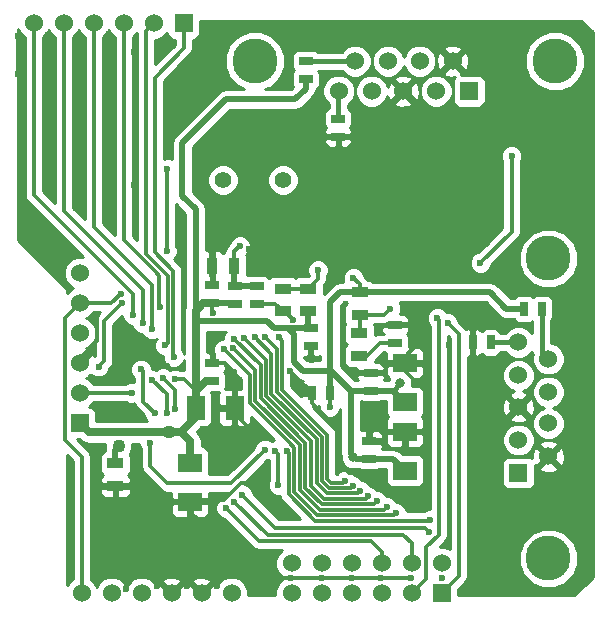
<source format=gbl>
G04 (created by PCBNEW (2013-07-07 BZR 4022)-stable) date 23/05/2015 20:04:57*
%MOIN*%
G04 Gerber Fmt 3.4, Leading zero omitted, Abs format*
%FSLAX34Y34*%
G01*
G70*
G90*
G04 APERTURE LIST*
%ADD10C,0.00590551*%
%ADD11R,0.08X0.06*%
%ADD12R,0.06X0.08*%
%ADD13R,0.055X0.035*%
%ADD14R,0.035X0.055*%
%ADD15R,0.045X0.025*%
%ADD16R,0.025X0.045*%
%ADD17R,0.06X0.06*%
%ADD18C,0.06*%
%ADD19C,0.056*%
%ADD20C,0.15*%
%ADD21C,0.023622*%
%ADD22C,0.0314961*%
%ADD23C,0.0433071*%
%ADD24C,0.011811*%
%ADD25C,0.019685*%
%ADD26C,0.015748*%
%ADD27C,0.0275591*%
%ADD28C,0.00866142*%
G04 APERTURE END LIST*
G54D10*
G54D11*
X55135Y-45830D03*
X55135Y-47130D03*
G54D12*
X55320Y-44000D03*
X56620Y-44000D03*
G54D11*
X62295Y-46090D03*
X62295Y-44790D03*
X62300Y-43810D03*
X62300Y-42510D03*
G54D13*
X60785Y-40145D03*
X60785Y-40895D03*
X52645Y-45850D03*
X52645Y-46600D03*
G54D14*
X56615Y-39260D03*
X55865Y-39260D03*
G54D13*
X60780Y-41510D03*
X60780Y-42260D03*
X58220Y-40030D03*
X58220Y-40780D03*
X59075Y-40780D03*
X59075Y-40030D03*
G54D15*
X61105Y-45710D03*
X61105Y-45110D03*
X61150Y-43425D03*
X61150Y-42825D03*
X60075Y-34955D03*
X60075Y-34355D03*
X58990Y-33050D03*
X58990Y-32450D03*
G54D16*
X64550Y-41820D03*
X65150Y-41820D03*
X66260Y-40690D03*
X66860Y-40690D03*
X59190Y-43510D03*
X59790Y-43510D03*
G54D15*
X55880Y-42505D03*
X55880Y-43105D03*
X56635Y-40525D03*
X56635Y-39925D03*
X57350Y-39925D03*
X57350Y-40525D03*
X59150Y-41335D03*
X59150Y-41935D03*
X55875Y-39915D03*
X55875Y-40515D03*
X61980Y-41825D03*
X61980Y-41225D03*
G54D17*
X51460Y-44510D03*
G54D18*
X51460Y-43510D03*
X51460Y-42510D03*
X51460Y-41510D03*
X51460Y-40510D03*
X51460Y-39510D03*
G54D19*
X56230Y-36410D03*
X58230Y-36410D03*
G54D20*
X67290Y-32445D03*
X57290Y-32445D03*
G54D17*
X64440Y-33445D03*
G54D18*
X63340Y-33445D03*
X62240Y-33445D03*
X61190Y-33445D03*
X60090Y-33445D03*
X60640Y-32445D03*
X61740Y-32445D03*
X62790Y-32445D03*
X63890Y-32445D03*
G54D20*
X67080Y-49020D03*
X67080Y-39020D03*
G54D17*
X66080Y-46170D03*
G54D18*
X66080Y-45070D03*
X66080Y-43970D03*
X66080Y-42920D03*
X66080Y-41820D03*
X67080Y-42370D03*
X67080Y-43470D03*
X67080Y-44520D03*
X67080Y-45620D03*
G54D17*
X54919Y-31180D03*
G54D18*
X53919Y-31180D03*
X52919Y-31180D03*
X51919Y-31180D03*
X50919Y-31180D03*
X49920Y-31180D03*
G54D17*
X63519Y-50180D03*
G54D18*
X62519Y-50180D03*
X61519Y-50180D03*
X60519Y-50180D03*
X59519Y-50180D03*
X58519Y-50180D03*
X56519Y-50180D03*
X54519Y-50180D03*
X53519Y-50180D03*
X52519Y-50180D03*
X51519Y-50180D03*
X55519Y-50180D03*
X58519Y-49180D03*
X59519Y-49180D03*
X60519Y-49180D03*
X61519Y-49180D03*
X62519Y-49180D03*
X63519Y-49180D03*
G54D21*
X61815Y-40690D03*
X55890Y-40830D03*
X54630Y-43050D03*
X59790Y-43970D03*
G54D22*
X62145Y-43180D03*
X60565Y-45650D03*
G54D21*
X60580Y-39675D03*
G54D23*
X54440Y-44820D03*
G54D21*
X60305Y-46425D03*
X58090Y-41635D03*
X60815Y-46770D03*
X57295Y-41645D03*
X56605Y-47125D03*
X54350Y-44180D03*
X53865Y-43065D03*
X56860Y-46890D03*
X63115Y-48150D03*
X54640Y-44045D03*
X54230Y-43005D03*
X61360Y-47110D03*
X56610Y-41690D03*
X56270Y-42050D03*
X62000Y-47505D03*
X60560Y-46600D03*
X57625Y-41630D03*
X61070Y-46950D03*
X56920Y-41660D03*
X56565Y-41990D03*
X61685Y-47295D03*
X56340Y-47340D03*
X53950Y-44175D03*
X53500Y-42720D03*
X54585Y-42300D03*
X57635Y-45390D03*
X53805Y-45155D03*
X52085Y-42625D03*
X52880Y-40490D03*
X54370Y-36030D03*
X54360Y-38780D03*
X58080Y-46565D03*
X57975Y-45445D03*
X58360Y-45435D03*
X63135Y-47735D03*
X65850Y-35600D03*
X64815Y-39160D03*
X54300Y-41920D03*
X52820Y-40190D03*
X63720Y-41165D03*
X63380Y-41010D03*
X53550Y-41165D03*
X53855Y-41365D03*
X54140Y-40635D03*
X53225Y-40900D03*
X53185Y-43500D03*
X59400Y-39400D03*
X56800Y-38595D03*
X55910Y-46000D03*
X59195Y-42410D03*
X57100Y-38710D03*
X62890Y-46880D03*
X61905Y-46820D03*
X62315Y-45420D03*
X52390Y-44130D03*
X62515Y-49685D03*
X63525Y-49670D03*
X60535Y-49680D03*
X59530Y-49680D03*
X61510Y-49680D03*
X58510Y-49680D03*
X62700Y-43160D03*
X64760Y-43270D03*
X65170Y-42810D03*
X63755Y-41920D03*
X62880Y-41880D03*
X62715Y-40640D03*
X64005Y-40665D03*
X56595Y-42800D03*
X58480Y-42785D03*
X58970Y-43310D03*
X58370Y-47610D03*
X55950Y-38630D03*
X54925Y-39615D03*
X67060Y-36700D03*
X64610Y-37590D03*
X60680Y-37220D03*
X63170Y-36760D03*
X60530Y-35760D03*
X59440Y-35540D03*
X57355Y-34220D03*
X59250Y-34240D03*
X58560Y-41055D03*
X60030Y-39510D03*
X60050Y-38660D03*
X61640Y-39120D03*
X62780Y-39570D03*
X64010Y-38830D03*
X67045Y-46930D03*
X65780Y-48050D03*
X65720Y-49740D03*
X67030Y-50150D03*
X68345Y-49215D03*
X68345Y-46750D03*
X68350Y-44090D03*
X68345Y-41980D03*
X68275Y-39880D03*
X68245Y-37960D03*
X68140Y-36235D03*
X65175Y-34360D03*
X53275Y-32140D03*
X54160Y-32105D03*
X53270Y-36570D03*
X65460Y-32490D03*
X65870Y-33860D03*
X67980Y-33800D03*
X68440Y-32930D03*
X68260Y-31600D03*
X66770Y-31310D03*
X64880Y-31340D03*
X62970Y-31410D03*
X61190Y-31470D03*
X58830Y-31270D03*
X56140Y-31620D03*
X55780Y-33220D03*
X54780Y-33380D03*
X55420Y-31960D03*
X50515Y-34825D03*
X50485Y-36475D03*
X50470Y-38790D03*
X52410Y-36660D03*
X52790Y-43010D03*
X52020Y-40895D03*
X53355Y-41735D03*
X54375Y-42610D03*
X55855Y-41815D03*
X57255Y-44830D03*
X53600Y-46870D03*
X52700Y-47600D03*
X54020Y-49950D03*
X55035Y-49950D03*
X56025Y-49935D03*
X57460Y-50120D03*
X55690Y-49160D03*
X56000Y-48320D03*
X56550Y-48820D03*
X51105Y-49675D03*
X52025Y-49810D03*
X53015Y-50045D03*
X52425Y-33185D03*
X50390Y-33260D03*
X51420Y-33270D03*
X50410Y-31580D03*
X51430Y-31610D03*
X49400Y-32870D03*
X49400Y-31590D03*
X52430Y-31530D03*
G54D23*
X52755Y-45285D03*
G54D24*
X60785Y-40895D02*
X61205Y-40895D01*
X61610Y-40895D02*
X61205Y-40895D01*
X61815Y-40690D02*
X61610Y-40895D01*
X60785Y-40895D02*
X60785Y-41505D01*
X60785Y-41505D02*
X60780Y-41510D01*
X55875Y-40815D02*
X55875Y-40515D01*
X55890Y-40830D02*
X55875Y-40815D01*
X54630Y-43050D02*
X54940Y-43050D01*
X55005Y-43115D02*
X55005Y-43120D01*
X54940Y-43050D02*
X55005Y-43115D01*
G54D25*
X58445Y-41345D02*
X58445Y-41370D01*
X58900Y-42760D02*
X59810Y-42760D01*
X58605Y-42465D02*
X58900Y-42760D01*
X58605Y-41530D02*
X58605Y-42465D01*
X58445Y-41370D02*
X58605Y-41530D01*
X59810Y-42760D02*
X59810Y-43490D01*
X59810Y-43490D02*
X59790Y-43510D01*
G54D24*
X59790Y-43970D02*
X59790Y-43510D01*
X55185Y-43300D02*
X55320Y-43435D01*
X55005Y-43120D02*
X55185Y-43300D01*
G54D25*
X55320Y-41120D02*
X57710Y-41120D01*
X57935Y-41345D02*
X58445Y-41345D01*
X58445Y-41345D02*
X58605Y-41345D01*
X57710Y-41120D02*
X57935Y-41345D01*
G54D26*
X61900Y-43425D02*
X61800Y-43425D01*
X62145Y-43180D02*
X61900Y-43425D01*
X60490Y-45530D02*
X60490Y-45575D01*
X60490Y-45575D02*
X60565Y-45650D01*
G54D24*
X60785Y-39880D02*
X60785Y-40145D01*
X60580Y-39675D02*
X60785Y-39880D01*
G54D27*
X54440Y-44820D02*
X51770Y-44820D01*
X51770Y-44820D02*
X51460Y-44510D01*
G54D25*
X60785Y-40145D02*
X65130Y-40145D01*
X65675Y-40690D02*
X66260Y-40690D01*
X65130Y-40145D02*
X65675Y-40690D01*
X61150Y-43425D02*
X61800Y-43425D01*
X61800Y-43425D02*
X61915Y-43425D01*
X61915Y-43425D02*
X62300Y-43810D01*
X61105Y-45710D02*
X61915Y-45710D01*
X61915Y-45710D02*
X62295Y-46090D01*
X60490Y-43425D02*
X60490Y-45530D01*
X60670Y-45710D02*
X61105Y-45710D01*
X60490Y-45530D02*
X60670Y-45710D01*
X59810Y-42760D02*
X59810Y-40470D01*
X59810Y-40470D02*
X60135Y-40145D01*
X60135Y-40145D02*
X60785Y-40145D01*
X59810Y-42760D02*
X59825Y-42760D01*
X59825Y-42760D02*
X60490Y-43425D01*
X60490Y-43425D02*
X61150Y-43425D01*
X59055Y-41345D02*
X59055Y-40800D01*
X59055Y-40800D02*
X59075Y-40780D01*
X58605Y-41345D02*
X59055Y-41345D01*
X55320Y-39465D02*
X55320Y-37380D01*
X58990Y-33370D02*
X58990Y-33050D01*
X58645Y-33715D02*
X58990Y-33370D01*
X56335Y-33715D02*
X58645Y-33715D01*
X54880Y-35170D02*
X56335Y-33715D01*
X54880Y-36940D02*
X54880Y-35170D01*
X55320Y-37380D02*
X54880Y-36940D01*
X55320Y-40755D02*
X55320Y-39465D01*
X55875Y-40515D02*
X56625Y-40515D01*
X56625Y-40515D02*
X56635Y-40525D01*
G54D27*
X55880Y-43105D02*
X55650Y-43105D01*
X55650Y-43105D02*
X55320Y-43435D01*
X55320Y-44000D02*
X55320Y-43435D01*
X55320Y-43435D02*
X55320Y-41120D01*
X55320Y-41120D02*
X55320Y-40755D01*
X55560Y-40515D02*
X55875Y-40515D01*
X55320Y-40755D02*
X55560Y-40515D01*
X54830Y-44810D02*
X54830Y-44790D01*
X55320Y-44300D02*
X55320Y-44000D01*
X54830Y-44790D02*
X55320Y-44300D01*
X55135Y-45115D02*
X55135Y-45830D01*
X54830Y-44810D02*
X55135Y-45115D01*
X54450Y-44810D02*
X54830Y-44810D01*
X54440Y-44820D02*
X54450Y-44810D01*
G54D24*
X60240Y-46490D02*
X60305Y-46425D01*
X59840Y-46490D02*
X60240Y-46490D01*
X59710Y-46360D02*
X59840Y-46490D01*
X59710Y-44889D02*
X59710Y-46360D01*
X58210Y-43389D02*
X59710Y-44889D01*
X58210Y-41755D02*
X58210Y-43389D01*
X58090Y-41635D02*
X58210Y-41755D01*
X60735Y-46850D02*
X60815Y-46770D01*
X59684Y-46850D02*
X60735Y-46850D01*
X59351Y-46517D02*
X59684Y-46850D01*
X59351Y-45036D02*
X59351Y-46517D01*
X57847Y-43532D02*
X59351Y-45036D01*
X57847Y-42197D02*
X57847Y-43532D01*
X57295Y-41645D02*
X57847Y-42197D01*
X62519Y-48514D02*
X62519Y-49180D01*
X62245Y-48240D02*
X62519Y-48514D01*
X57720Y-48240D02*
X62245Y-48240D01*
X56605Y-47125D02*
X57720Y-48240D01*
X54350Y-43550D02*
X54350Y-44180D01*
X53865Y-43065D02*
X54350Y-43550D01*
X56860Y-46890D02*
X57970Y-48000D01*
X57970Y-48000D02*
X62965Y-48000D01*
X62965Y-48000D02*
X63115Y-48150D01*
X54640Y-43415D02*
X54640Y-44045D01*
X54230Y-43005D02*
X54640Y-43415D01*
X61260Y-47210D02*
X61360Y-47110D01*
X59522Y-47210D02*
X61260Y-47210D01*
X58980Y-46667D02*
X59522Y-47210D01*
X58980Y-45170D02*
X58980Y-46667D01*
X57492Y-43682D02*
X58980Y-45170D01*
X57492Y-42572D02*
X57492Y-43682D01*
X56610Y-41690D02*
X57492Y-42572D01*
X61695Y-47577D02*
X61927Y-47577D01*
X58615Y-46817D02*
X59375Y-47577D01*
X59375Y-47577D02*
X61695Y-47577D01*
X57130Y-42910D02*
X57130Y-43850D01*
X56270Y-42050D02*
X57130Y-42910D01*
X58450Y-45170D02*
X58615Y-45335D01*
X58615Y-46725D02*
X58615Y-45335D01*
X57130Y-43850D02*
X58450Y-45170D01*
X58615Y-46725D02*
X58615Y-46817D01*
X61927Y-47577D02*
X62000Y-47505D01*
X60487Y-46672D02*
X60560Y-46600D01*
X59760Y-46672D02*
X60487Y-46672D01*
X59530Y-46442D02*
X59760Y-46672D01*
X59530Y-44960D02*
X59530Y-46442D01*
X58024Y-43454D02*
X59530Y-44960D01*
X58024Y-42029D02*
X58024Y-43454D01*
X57625Y-41630D02*
X58024Y-42029D01*
X60987Y-47032D02*
X61070Y-46950D01*
X59595Y-47032D02*
X60987Y-47032D01*
X59160Y-46597D02*
X59595Y-47032D01*
X59160Y-45095D02*
X59160Y-46597D01*
X57670Y-43605D02*
X59160Y-45095D01*
X57670Y-42410D02*
X57670Y-43605D01*
X56920Y-41660D02*
X57670Y-42410D01*
X58800Y-46637D02*
X58800Y-46745D01*
X56565Y-41990D02*
X57315Y-42740D01*
X57315Y-42740D02*
X57315Y-43760D01*
X57315Y-43760D02*
X58800Y-45245D01*
X58800Y-45245D02*
X58800Y-46637D01*
X61585Y-47395D02*
X61685Y-47295D01*
X59450Y-47395D02*
X61585Y-47395D01*
X58800Y-46745D02*
X59450Y-47395D01*
X61519Y-48789D02*
X61519Y-49180D01*
X61155Y-48425D02*
X61519Y-48789D01*
X57425Y-48425D02*
X61155Y-48425D01*
X56340Y-47340D02*
X57425Y-48425D01*
X53565Y-43790D02*
X53950Y-44175D01*
X53565Y-42785D02*
X53565Y-43790D01*
X53500Y-42720D02*
X53565Y-42785D01*
X54919Y-32020D02*
X54919Y-31180D01*
X53950Y-32990D02*
X54919Y-32020D01*
X53950Y-38810D02*
X53950Y-32990D01*
X54580Y-39440D02*
X53950Y-38810D01*
X54580Y-42295D02*
X54580Y-39440D01*
X54585Y-42300D02*
X54580Y-42295D01*
X52085Y-42625D02*
X52085Y-42610D01*
X57635Y-45390D02*
X56505Y-46520D01*
X56505Y-46520D02*
X54380Y-46520D01*
X54380Y-46520D02*
X53805Y-45945D01*
X53805Y-45945D02*
X53805Y-45155D01*
X52270Y-41100D02*
X52880Y-40490D01*
X52270Y-42425D02*
X52270Y-41100D01*
X52085Y-42610D02*
X52270Y-42425D01*
X54370Y-38755D02*
X54370Y-36030D01*
X54370Y-38770D02*
X54370Y-38755D01*
X54360Y-38780D02*
X54370Y-38770D01*
X58080Y-45550D02*
X58080Y-46565D01*
X57975Y-45445D02*
X58080Y-45550D01*
X59295Y-47755D02*
X63115Y-47755D01*
X58360Y-45435D02*
X58420Y-45495D01*
X58420Y-45495D02*
X58420Y-46880D01*
X58420Y-46880D02*
X59295Y-47755D01*
X63115Y-47755D02*
X63135Y-47735D01*
X65850Y-38125D02*
X65850Y-35600D01*
X64815Y-39160D02*
X65850Y-38125D01*
X53665Y-31434D02*
X53919Y-31180D01*
X53665Y-38860D02*
X53665Y-31434D01*
X54395Y-39590D02*
X53665Y-38860D01*
X54395Y-41825D02*
X54395Y-39590D01*
X54300Y-41920D02*
X54395Y-41825D01*
X51519Y-50180D02*
X51519Y-45634D01*
X50970Y-41000D02*
X51460Y-40510D01*
X50970Y-45085D02*
X50970Y-41000D01*
X51519Y-45634D02*
X50970Y-45085D01*
X52500Y-40510D02*
X51460Y-40510D01*
X52820Y-40190D02*
X52500Y-40510D01*
X64100Y-46950D02*
X64100Y-49599D01*
X63720Y-41165D02*
X64100Y-41545D01*
X64100Y-41545D02*
X64100Y-46950D01*
X64100Y-49599D02*
X63519Y-50180D01*
X63425Y-47300D02*
X63425Y-48235D01*
X63380Y-41010D02*
X63425Y-41055D01*
X63425Y-41055D02*
X63425Y-47300D01*
X63010Y-49689D02*
X62519Y-50180D01*
X63010Y-48650D02*
X63010Y-49689D01*
X63425Y-48235D02*
X63010Y-48650D01*
X53550Y-41165D02*
X53550Y-40080D01*
X50919Y-37449D02*
X50919Y-31180D01*
X53550Y-40080D02*
X50919Y-37449D01*
X53855Y-41365D02*
X53855Y-39905D01*
X51919Y-37969D02*
X51919Y-31180D01*
X53855Y-39905D02*
X51919Y-37969D01*
X53995Y-39480D02*
X53995Y-39475D01*
X54105Y-39590D02*
X53995Y-39480D01*
X54105Y-40600D02*
X54105Y-39590D01*
X54140Y-40635D02*
X54105Y-40600D01*
X52919Y-38399D02*
X52919Y-31180D01*
X53995Y-39475D02*
X52919Y-38399D01*
X53225Y-40900D02*
X53225Y-40200D01*
X49920Y-36895D02*
X49920Y-31180D01*
X53225Y-40200D02*
X49920Y-36895D01*
X53175Y-43510D02*
X52865Y-43510D01*
X53185Y-43500D02*
X53175Y-43510D01*
X52865Y-43510D02*
X51460Y-43510D01*
X58220Y-40030D02*
X59075Y-40030D01*
X59075Y-40030D02*
X59400Y-39705D01*
X59400Y-39705D02*
X59400Y-39400D01*
X56615Y-38780D02*
X56615Y-39260D01*
X56800Y-38595D02*
X56615Y-38780D01*
G54D25*
X56615Y-39260D02*
X56615Y-39905D01*
X56615Y-39905D02*
X56635Y-39925D01*
X56635Y-39925D02*
X57350Y-39925D01*
G54D24*
X57255Y-44830D02*
X57040Y-44830D01*
X55910Y-45960D02*
X55910Y-46000D01*
X57040Y-44830D02*
X55910Y-45960D01*
X56595Y-42800D02*
X56595Y-43975D01*
X56595Y-43975D02*
X56620Y-44000D01*
X55880Y-42505D02*
X55880Y-41840D01*
X55880Y-41840D02*
X55855Y-41815D01*
X59150Y-41935D02*
X59150Y-42365D01*
X59150Y-42365D02*
X59195Y-42410D01*
X55950Y-38535D02*
X55950Y-38630D01*
X56380Y-38105D02*
X55950Y-38535D01*
X57005Y-38105D02*
X56380Y-38105D01*
X57200Y-38300D02*
X57005Y-38105D01*
X57200Y-38610D02*
X57200Y-38300D01*
X57100Y-38710D02*
X57200Y-38610D01*
X59190Y-43510D02*
X59190Y-43835D01*
X62890Y-46880D02*
X62830Y-46820D01*
X62830Y-46820D02*
X61905Y-46820D01*
X62295Y-45400D02*
X62295Y-44790D01*
X62295Y-45400D02*
X62315Y-45420D01*
X61260Y-46175D02*
X61905Y-46820D01*
X60445Y-46175D02*
X61260Y-46175D01*
X60090Y-45820D02*
X60445Y-46175D01*
X60090Y-44735D02*
X60090Y-45820D01*
X59190Y-43835D02*
X60090Y-44735D01*
X62510Y-49680D02*
X62515Y-49685D01*
X61510Y-49680D02*
X60535Y-49680D01*
X58510Y-49680D02*
X59530Y-49680D01*
X60535Y-49680D02*
X59530Y-49680D01*
X61510Y-49680D02*
X62510Y-49680D01*
X57460Y-50120D02*
X57630Y-50120D01*
X58070Y-49680D02*
X58510Y-49680D01*
X57630Y-50120D02*
X58070Y-49680D01*
X62300Y-42760D02*
X62300Y-42510D01*
X62700Y-43160D02*
X62300Y-42760D01*
X64550Y-41820D02*
X64550Y-42190D01*
X64770Y-43260D02*
X64770Y-43240D01*
X64760Y-43270D02*
X64770Y-43260D01*
X64550Y-42190D02*
X65170Y-42810D01*
X62300Y-42510D02*
X62300Y-42295D01*
X63755Y-41920D02*
X63775Y-41940D01*
X62715Y-41880D02*
X62880Y-41880D01*
X62300Y-42295D02*
X62715Y-41880D01*
X62715Y-40640D02*
X63980Y-40640D01*
X63980Y-40640D02*
X64005Y-40665D01*
X58970Y-43310D02*
X58970Y-43275D01*
X56300Y-42505D02*
X56595Y-42800D01*
X56300Y-42505D02*
X55880Y-42505D01*
X58970Y-43275D02*
X58480Y-42785D01*
X59170Y-43510D02*
X59190Y-43510D01*
X58970Y-43310D02*
X59170Y-43510D01*
X55135Y-47130D02*
X55135Y-47455D01*
X55135Y-47455D02*
X56000Y-48320D01*
X55200Y-47065D02*
X55135Y-47130D01*
X56280Y-47065D02*
X55200Y-47065D01*
X56830Y-46515D02*
X56280Y-47065D01*
X57275Y-46515D02*
X56830Y-46515D01*
X58370Y-47610D02*
X57275Y-46515D01*
X55865Y-38715D02*
X55950Y-38630D01*
X55865Y-39260D02*
X55865Y-38715D01*
X68140Y-36235D02*
X67525Y-36235D01*
X67525Y-36235D02*
X67060Y-36700D01*
X62710Y-37220D02*
X60680Y-37220D01*
X63170Y-36760D02*
X62710Y-37220D01*
X59250Y-34240D02*
X59250Y-35350D01*
X60580Y-35710D02*
X60670Y-35710D01*
X60530Y-35760D02*
X60580Y-35710D01*
X59250Y-35350D02*
X59440Y-35540D01*
X60075Y-34955D02*
X59510Y-34955D01*
X59250Y-34695D02*
X59250Y-34240D01*
X59510Y-34955D02*
X59250Y-34695D01*
X57350Y-40525D02*
X57965Y-40525D01*
X57965Y-40525D02*
X58220Y-40780D01*
X58285Y-40780D02*
X58220Y-40780D01*
X58560Y-41055D02*
X58285Y-40780D01*
X59985Y-39555D02*
X59970Y-39555D01*
X60030Y-39510D02*
X59985Y-39555D01*
X61180Y-38660D02*
X60050Y-38660D01*
X61640Y-39120D02*
X61180Y-38660D01*
X63270Y-39570D02*
X62780Y-39570D01*
X64010Y-38830D02*
X63270Y-39570D01*
X67465Y-46005D02*
X67080Y-45620D01*
X67465Y-46510D02*
X67465Y-46005D01*
X67045Y-46930D02*
X67465Y-46510D01*
X65780Y-49680D02*
X65780Y-48050D01*
X65720Y-49740D02*
X65780Y-49680D01*
X67610Y-50150D02*
X67030Y-50150D01*
X68130Y-49630D02*
X67610Y-50150D01*
X68130Y-49430D02*
X68130Y-49630D01*
X68345Y-49215D02*
X68130Y-49430D01*
X68345Y-44095D02*
X68345Y-46750D01*
X68350Y-44090D02*
X68345Y-44095D01*
X68345Y-39950D02*
X68345Y-41980D01*
X68275Y-39880D02*
X68345Y-39950D01*
X68245Y-36340D02*
X68245Y-37960D01*
X68140Y-36235D02*
X68245Y-36340D01*
X65870Y-33860D02*
X65675Y-33860D01*
X65675Y-33860D02*
X65175Y-34360D01*
X53270Y-32145D02*
X53275Y-32140D01*
X53270Y-36570D02*
X53270Y-32145D01*
X65460Y-33450D02*
X65460Y-32490D01*
X65870Y-33860D02*
X65460Y-33450D01*
X68430Y-33350D02*
X67980Y-33800D01*
X68430Y-32940D02*
X68430Y-33350D01*
X68440Y-32930D02*
X68430Y-32940D01*
X67960Y-31300D02*
X68260Y-31600D01*
X66780Y-31300D02*
X67960Y-31300D01*
X66770Y-31310D02*
X66780Y-31300D01*
X63040Y-31340D02*
X64880Y-31340D01*
X62970Y-31410D02*
X63040Y-31340D01*
X59030Y-31470D02*
X61190Y-31470D01*
X58830Y-31270D02*
X59030Y-31470D01*
X56140Y-32860D02*
X56140Y-31620D01*
X55780Y-33220D02*
X56140Y-32860D01*
X54780Y-32600D02*
X54780Y-33380D01*
X55420Y-31960D02*
X54780Y-32600D01*
X50515Y-34825D02*
X50485Y-34855D01*
X50485Y-34855D02*
X50485Y-36475D01*
X52410Y-36660D02*
X52410Y-36650D01*
X51460Y-42510D02*
X51460Y-42325D01*
X52627Y-42847D02*
X52627Y-42602D01*
X52790Y-43010D02*
X52627Y-42847D01*
X52020Y-41765D02*
X52020Y-40895D01*
X51460Y-42325D02*
X52020Y-41765D01*
X53355Y-41735D02*
X53355Y-41875D01*
X53355Y-41875D02*
X52627Y-42602D01*
X53500Y-41735D02*
X53355Y-41735D01*
X54375Y-42610D02*
X53500Y-41735D01*
X55855Y-41815D02*
X55880Y-41840D01*
X56620Y-44000D02*
X56620Y-44195D01*
X56620Y-44195D02*
X57255Y-44830D01*
X52645Y-46600D02*
X53330Y-46600D01*
X53330Y-46600D02*
X53600Y-46870D01*
X52700Y-47600D02*
X53170Y-47130D01*
X53170Y-47130D02*
X55135Y-47130D01*
X53015Y-50045D02*
X53015Y-49915D01*
X53015Y-49915D02*
X53410Y-49520D01*
X53410Y-49520D02*
X53780Y-49520D01*
X53780Y-49520D02*
X54020Y-49760D01*
X54020Y-49760D02*
X54020Y-49950D01*
X55035Y-49950D02*
X55515Y-49470D01*
X55515Y-49470D02*
X55560Y-49470D01*
X55560Y-49470D02*
X56025Y-49935D01*
X57460Y-50120D02*
X57460Y-49690D01*
X57460Y-49690D02*
X56930Y-49160D01*
X56930Y-49160D02*
X55690Y-49160D01*
X56000Y-48320D02*
X56500Y-48820D01*
X56500Y-48820D02*
X56550Y-48820D01*
X52025Y-49810D02*
X52110Y-49810D01*
X52110Y-49810D02*
X52390Y-49530D01*
X52390Y-49530D02*
X52780Y-49530D01*
X52780Y-49530D02*
X53015Y-49765D01*
X53015Y-49765D02*
X53015Y-50045D01*
X52425Y-33185D02*
X52430Y-33190D01*
X51420Y-33280D02*
X51420Y-33290D01*
X51420Y-33270D02*
X51420Y-33280D01*
X49400Y-31590D02*
X49400Y-32870D01*
X52415Y-31545D02*
X52415Y-31565D01*
X52430Y-31530D02*
X52415Y-31545D01*
X60780Y-42260D02*
X61035Y-42260D01*
X61035Y-42260D02*
X61470Y-41825D01*
X61470Y-41825D02*
X61980Y-41825D01*
G54D25*
X52645Y-45395D02*
X52645Y-45850D01*
X52755Y-45285D02*
X52645Y-45395D01*
G54D26*
X65150Y-41820D02*
X66080Y-41820D01*
X66860Y-40690D02*
X66860Y-42150D01*
X66860Y-42150D02*
X67080Y-42370D01*
X58990Y-32450D02*
X60635Y-32450D01*
X60635Y-32450D02*
X60640Y-32445D01*
X60075Y-34355D02*
X60075Y-33460D01*
X60075Y-33460D02*
X60090Y-33445D01*
G54D10*
G36*
X50616Y-37164D02*
X50223Y-36770D01*
X50223Y-31642D01*
X50228Y-31640D01*
X50381Y-31488D01*
X50419Y-31394D01*
X50458Y-31487D01*
X50611Y-31640D01*
X50616Y-31642D01*
X50616Y-37164D01*
X50616Y-37164D01*
G37*
G54D28*
X50616Y-37164D02*
X50223Y-36770D01*
X50223Y-31642D01*
X50228Y-31640D01*
X50381Y-31488D01*
X50419Y-31394D01*
X50458Y-31487D01*
X50611Y-31640D01*
X50616Y-31642D01*
X50616Y-37164D01*
G54D10*
G36*
X51216Y-49717D02*
X51211Y-49719D01*
X51058Y-49871D01*
X51042Y-49910D01*
X51042Y-45585D01*
X51216Y-45759D01*
X51216Y-49717D01*
X51216Y-49717D01*
G37*
G54D28*
X51216Y-49717D02*
X51211Y-49719D01*
X51058Y-49871D01*
X51042Y-49910D01*
X51042Y-45585D01*
X51216Y-45759D01*
X51216Y-49717D01*
G54D10*
G36*
X51564Y-38966D02*
X51352Y-38966D01*
X51152Y-39049D01*
X50999Y-39201D01*
X50916Y-39401D01*
X50916Y-39617D01*
X50999Y-39817D01*
X51151Y-39970D01*
X51247Y-40009D01*
X51152Y-40049D01*
X51042Y-40158D01*
X51042Y-40155D01*
X51042Y-40154D01*
X51022Y-40050D01*
X50962Y-39962D01*
X50962Y-39962D01*
X50262Y-39262D01*
X49412Y-38411D01*
X49412Y-31373D01*
X49459Y-31487D01*
X49612Y-31640D01*
X49618Y-31642D01*
X49618Y-36895D01*
X49641Y-37011D01*
X49706Y-37109D01*
X51564Y-38966D01*
X51564Y-38966D01*
G37*
G54D28*
X51564Y-38966D02*
X51352Y-38966D01*
X51152Y-39049D01*
X50999Y-39201D01*
X50916Y-39401D01*
X50916Y-39617D01*
X50999Y-39817D01*
X51151Y-39970D01*
X51247Y-40009D01*
X51152Y-40049D01*
X51042Y-40158D01*
X51042Y-40155D01*
X51042Y-40154D01*
X51022Y-40050D01*
X50962Y-39962D01*
X50962Y-39962D01*
X50262Y-39262D01*
X49412Y-38411D01*
X49412Y-31373D01*
X49459Y-31487D01*
X49612Y-31640D01*
X49618Y-31642D01*
X49618Y-36895D01*
X49641Y-37011D01*
X49706Y-37109D01*
X51564Y-38966D01*
G54D10*
G36*
X51616Y-37719D02*
X51221Y-37323D01*
X51221Y-31642D01*
X51226Y-31640D01*
X51379Y-31488D01*
X51419Y-31392D01*
X51458Y-31487D01*
X51611Y-31640D01*
X51616Y-31642D01*
X51616Y-37719D01*
X51616Y-37719D01*
G37*
G54D28*
X51616Y-37719D02*
X51221Y-37323D01*
X51221Y-31642D01*
X51226Y-31640D01*
X51379Y-31488D01*
X51419Y-31392D01*
X51458Y-31487D01*
X51611Y-31640D01*
X51616Y-31642D01*
X51616Y-37719D01*
G54D10*
G36*
X51967Y-42282D02*
X51961Y-42285D01*
X51939Y-42231D01*
X51846Y-42203D01*
X51540Y-42510D01*
X51545Y-42515D01*
X51465Y-42595D01*
X51460Y-42590D01*
X51454Y-42595D01*
X51374Y-42515D01*
X51379Y-42510D01*
X51374Y-42504D01*
X51454Y-42424D01*
X51460Y-42429D01*
X51766Y-42123D01*
X51738Y-42030D01*
X51674Y-42009D01*
X51767Y-41970D01*
X51920Y-41818D01*
X51967Y-41704D01*
X51967Y-42282D01*
X51967Y-42282D01*
G37*
G54D28*
X51967Y-42282D02*
X51961Y-42285D01*
X51939Y-42231D01*
X51846Y-42203D01*
X51540Y-42510D01*
X51545Y-42515D01*
X51465Y-42595D01*
X51460Y-42590D01*
X51454Y-42595D01*
X51374Y-42515D01*
X51379Y-42510D01*
X51374Y-42504D01*
X51454Y-42424D01*
X51460Y-42429D01*
X51766Y-42123D01*
X51738Y-42030D01*
X51674Y-42009D01*
X51767Y-41970D01*
X51920Y-41818D01*
X51967Y-41704D01*
X51967Y-42282D01*
G54D10*
G36*
X52130Y-40812D02*
X52056Y-40886D01*
X51990Y-40984D01*
X51967Y-41100D01*
X51967Y-41315D01*
X51920Y-41202D01*
X51768Y-41049D01*
X51672Y-41010D01*
X51767Y-40970D01*
X51920Y-40818D01*
X51922Y-40812D01*
X52130Y-40812D01*
X52130Y-40812D01*
G37*
G54D28*
X52130Y-40812D02*
X52056Y-40886D01*
X51990Y-40984D01*
X51967Y-41100D01*
X51967Y-41315D01*
X51920Y-41202D01*
X51768Y-41049D01*
X51672Y-41010D01*
X51767Y-40970D01*
X51920Y-40818D01*
X51922Y-40812D01*
X52130Y-40812D01*
G54D10*
G36*
X52616Y-38239D02*
X52221Y-37843D01*
X52221Y-31642D01*
X52226Y-31640D01*
X52379Y-31488D01*
X52419Y-31392D01*
X52458Y-31487D01*
X52611Y-31640D01*
X52616Y-31642D01*
X52616Y-38239D01*
X52616Y-38239D01*
G37*
G54D28*
X52616Y-38239D02*
X52221Y-37843D01*
X52221Y-31642D01*
X52226Y-31640D01*
X52379Y-31488D01*
X52419Y-31392D01*
X52458Y-31487D01*
X52611Y-31640D01*
X52616Y-31642D01*
X52616Y-38239D01*
G54D10*
G36*
X53362Y-38415D02*
X53221Y-38273D01*
X53221Y-31642D01*
X53226Y-31640D01*
X53362Y-31505D01*
X53362Y-38415D01*
X53362Y-38415D01*
G37*
G54D28*
X53362Y-38415D02*
X53221Y-38273D01*
X53221Y-31642D01*
X53226Y-31640D01*
X53362Y-31505D01*
X53362Y-38415D01*
G54D10*
G36*
X53702Y-44438D02*
X52003Y-44438D01*
X52003Y-44161D01*
X51966Y-44072D01*
X51898Y-44003D01*
X51808Y-43966D01*
X51771Y-43966D01*
X51920Y-43818D01*
X51922Y-43812D01*
X52865Y-43812D01*
X52994Y-43812D01*
X53112Y-43861D01*
X53256Y-43861D01*
X53275Y-43853D01*
X53285Y-43905D01*
X53351Y-44003D01*
X53588Y-44241D01*
X53588Y-44246D01*
X53643Y-44379D01*
X53702Y-44438D01*
X53702Y-44438D01*
G37*
G54D28*
X53702Y-44438D02*
X52003Y-44438D01*
X52003Y-44161D01*
X51966Y-44072D01*
X51898Y-44003D01*
X51808Y-43966D01*
X51771Y-43966D01*
X51920Y-43818D01*
X51922Y-43812D01*
X52865Y-43812D01*
X52994Y-43812D01*
X53112Y-43861D01*
X53256Y-43861D01*
X53275Y-43853D01*
X53285Y-43905D01*
X53351Y-44003D01*
X53588Y-44241D01*
X53588Y-44246D01*
X53643Y-44379D01*
X53702Y-44438D01*
G54D10*
G36*
X54616Y-31895D02*
X53967Y-32545D01*
X53967Y-31723D01*
X54026Y-31723D01*
X54226Y-31640D01*
X54375Y-31491D01*
X54375Y-31528D01*
X54412Y-31617D01*
X54481Y-31686D01*
X54570Y-31723D01*
X54616Y-31723D01*
X54616Y-31895D01*
X54616Y-31895D01*
G37*
G54D28*
X54616Y-31895D02*
X53967Y-32545D01*
X53967Y-31723D01*
X54026Y-31723D01*
X54226Y-31640D01*
X54375Y-31491D01*
X54375Y-31528D01*
X54412Y-31617D01*
X54481Y-31686D01*
X54570Y-31723D01*
X54616Y-31723D01*
X54616Y-31895D01*
G54D10*
G36*
X54938Y-42747D02*
X54838Y-42747D01*
X54834Y-42743D01*
X54702Y-42688D01*
X54558Y-42688D01*
X54463Y-42727D01*
X54434Y-42698D01*
X54302Y-42643D01*
X54158Y-42643D01*
X54025Y-42698D01*
X53995Y-42728D01*
X53937Y-42703D01*
X53861Y-42703D01*
X53861Y-42648D01*
X53806Y-42515D01*
X53704Y-42413D01*
X53572Y-42358D01*
X53428Y-42358D01*
X53295Y-42413D01*
X53193Y-42515D01*
X53138Y-42647D01*
X53138Y-42791D01*
X53193Y-42924D01*
X53262Y-42993D01*
X53262Y-43140D01*
X53257Y-43138D01*
X53113Y-43138D01*
X52980Y-43193D01*
X52966Y-43207D01*
X52865Y-43207D01*
X51922Y-43207D01*
X51920Y-43202D01*
X51768Y-43049D01*
X51680Y-43013D01*
X51738Y-42989D01*
X51766Y-42896D01*
X51811Y-42941D01*
X51850Y-42901D01*
X51880Y-42931D01*
X52012Y-42986D01*
X52156Y-42986D01*
X52289Y-42931D01*
X52391Y-42829D01*
X52446Y-42697D01*
X52446Y-42676D01*
X52483Y-42638D01*
X52483Y-42638D01*
X52483Y-42638D01*
X52549Y-42540D01*
X52572Y-42425D01*
X52572Y-42425D01*
X52572Y-41225D01*
X52863Y-40934D01*
X52863Y-40971D01*
X52918Y-41104D01*
X53020Y-41206D01*
X53152Y-41261D01*
X53198Y-41261D01*
X53243Y-41369D01*
X53345Y-41471D01*
X53477Y-41526D01*
X53530Y-41526D01*
X53548Y-41569D01*
X53650Y-41671D01*
X53782Y-41726D01*
X53926Y-41726D01*
X54021Y-41687D01*
X53993Y-41715D01*
X53938Y-41847D01*
X53938Y-41991D01*
X53993Y-42124D01*
X54095Y-42226D01*
X54223Y-42279D01*
X54223Y-42371D01*
X54278Y-42504D01*
X54380Y-42606D01*
X54512Y-42661D01*
X54656Y-42661D01*
X54789Y-42606D01*
X54891Y-42504D01*
X54938Y-42390D01*
X54938Y-42747D01*
X54938Y-42747D01*
G37*
G54D28*
X54938Y-42747D02*
X54838Y-42747D01*
X54834Y-42743D01*
X54702Y-42688D01*
X54558Y-42688D01*
X54463Y-42727D01*
X54434Y-42698D01*
X54302Y-42643D01*
X54158Y-42643D01*
X54025Y-42698D01*
X53995Y-42728D01*
X53937Y-42703D01*
X53861Y-42703D01*
X53861Y-42648D01*
X53806Y-42515D01*
X53704Y-42413D01*
X53572Y-42358D01*
X53428Y-42358D01*
X53295Y-42413D01*
X53193Y-42515D01*
X53138Y-42647D01*
X53138Y-42791D01*
X53193Y-42924D01*
X53262Y-42993D01*
X53262Y-43140D01*
X53257Y-43138D01*
X53113Y-43138D01*
X52980Y-43193D01*
X52966Y-43207D01*
X52865Y-43207D01*
X51922Y-43207D01*
X51920Y-43202D01*
X51768Y-43049D01*
X51680Y-43013D01*
X51738Y-42989D01*
X51766Y-42896D01*
X51811Y-42941D01*
X51850Y-42901D01*
X51880Y-42931D01*
X52012Y-42986D01*
X52156Y-42986D01*
X52289Y-42931D01*
X52391Y-42829D01*
X52446Y-42697D01*
X52446Y-42676D01*
X52483Y-42638D01*
X52483Y-42638D01*
X52483Y-42638D01*
X52549Y-42540D01*
X52572Y-42425D01*
X52572Y-42425D01*
X52572Y-41225D01*
X52863Y-40934D01*
X52863Y-40971D01*
X52918Y-41104D01*
X53020Y-41206D01*
X53152Y-41261D01*
X53198Y-41261D01*
X53243Y-41369D01*
X53345Y-41471D01*
X53477Y-41526D01*
X53530Y-41526D01*
X53548Y-41569D01*
X53650Y-41671D01*
X53782Y-41726D01*
X53926Y-41726D01*
X54021Y-41687D01*
X53993Y-41715D01*
X53938Y-41847D01*
X53938Y-41991D01*
X53993Y-42124D01*
X54095Y-42226D01*
X54223Y-42279D01*
X54223Y-42371D01*
X54278Y-42504D01*
X54380Y-42606D01*
X54512Y-42661D01*
X54656Y-42661D01*
X54789Y-42606D01*
X54891Y-42504D01*
X54938Y-42390D01*
X54938Y-42747D01*
G54D10*
G36*
X54978Y-40593D02*
X54967Y-40609D01*
X54938Y-40755D01*
X54938Y-41120D01*
X54938Y-42210D01*
X54891Y-42095D01*
X54882Y-42086D01*
X54882Y-39440D01*
X54859Y-39324D01*
X54793Y-39226D01*
X54609Y-39041D01*
X54666Y-38984D01*
X54721Y-38852D01*
X54721Y-38708D01*
X54672Y-38589D01*
X54672Y-37215D01*
X54978Y-37521D01*
X54978Y-39465D01*
X54978Y-40593D01*
X54978Y-40593D01*
G37*
G54D28*
X54978Y-40593D02*
X54967Y-40609D01*
X54938Y-40755D01*
X54938Y-41120D01*
X54938Y-42210D01*
X54891Y-42095D01*
X54882Y-42086D01*
X54882Y-39440D01*
X54859Y-39324D01*
X54793Y-39226D01*
X54609Y-39041D01*
X54666Y-38984D01*
X54721Y-38852D01*
X54721Y-38708D01*
X54672Y-38589D01*
X54672Y-37215D01*
X54978Y-37521D01*
X54978Y-39465D01*
X54978Y-40593D01*
G54D10*
G36*
X56327Y-41461D02*
X56303Y-41485D01*
X56248Y-41617D01*
X56248Y-41688D01*
X56198Y-41688D01*
X56065Y-41743D01*
X55963Y-41845D01*
X55908Y-41977D01*
X55908Y-42121D01*
X55938Y-42195D01*
X55936Y-42197D01*
X55936Y-42448D01*
X55944Y-42448D01*
X55944Y-42561D01*
X55936Y-42561D01*
X55936Y-42569D01*
X55823Y-42569D01*
X55823Y-42561D01*
X55815Y-42561D01*
X55815Y-42448D01*
X55823Y-42448D01*
X55823Y-42197D01*
X55762Y-42136D01*
X55703Y-42136D01*
X55701Y-42136D01*
X55701Y-41461D01*
X56327Y-41461D01*
X56327Y-41461D01*
G37*
G54D28*
X56327Y-41461D02*
X56303Y-41485D01*
X56248Y-41617D01*
X56248Y-41688D01*
X56198Y-41688D01*
X56065Y-41743D01*
X55963Y-41845D01*
X55908Y-41977D01*
X55908Y-42121D01*
X55938Y-42195D01*
X55936Y-42197D01*
X55936Y-42448D01*
X55944Y-42448D01*
X55944Y-42561D01*
X55936Y-42561D01*
X55936Y-42569D01*
X55823Y-42569D01*
X55823Y-42561D01*
X55815Y-42561D01*
X55815Y-42448D01*
X55823Y-42448D01*
X55823Y-42197D01*
X55762Y-42136D01*
X55703Y-42136D01*
X55701Y-42136D01*
X55701Y-41461D01*
X56327Y-41461D01*
G54D10*
G36*
X57414Y-40581D02*
X57406Y-40581D01*
X57406Y-40589D01*
X57293Y-40589D01*
X57293Y-40581D01*
X57285Y-40581D01*
X57285Y-40468D01*
X57293Y-40468D01*
X57293Y-40460D01*
X57406Y-40460D01*
X57406Y-40468D01*
X57414Y-40468D01*
X57414Y-40581D01*
X57414Y-40581D01*
G37*
G54D28*
X57414Y-40581D02*
X57406Y-40581D01*
X57406Y-40589D01*
X57293Y-40589D01*
X57293Y-40581D01*
X57285Y-40581D01*
X57285Y-40468D01*
X57293Y-40468D01*
X57293Y-40460D01*
X57406Y-40460D01*
X57406Y-40468D01*
X57414Y-40468D01*
X57414Y-40581D01*
G54D10*
G36*
X57935Y-45083D02*
X57903Y-45083D01*
X57858Y-45102D01*
X57839Y-45083D01*
X57707Y-45028D01*
X57563Y-45028D01*
X57430Y-45083D01*
X57328Y-45185D01*
X57273Y-45317D01*
X57273Y-45323D01*
X56563Y-46034D01*
X56563Y-44582D01*
X56563Y-44056D01*
X56137Y-44056D01*
X56076Y-44117D01*
X56076Y-44351D01*
X56076Y-44448D01*
X56113Y-44538D01*
X56182Y-44606D01*
X56271Y-44643D01*
X56502Y-44643D01*
X56563Y-44582D01*
X56563Y-46034D01*
X56379Y-46217D01*
X55762Y-46217D01*
X55778Y-46178D01*
X55778Y-46081D01*
X55778Y-45481D01*
X55741Y-45392D01*
X55673Y-45323D01*
X55583Y-45286D01*
X55516Y-45286D01*
X55516Y-45115D01*
X55487Y-44969D01*
X55487Y-44969D01*
X55445Y-44907D01*
X55404Y-44845D01*
X55404Y-44845D01*
X55358Y-44799D01*
X55515Y-44643D01*
X55668Y-44643D01*
X55757Y-44606D01*
X55826Y-44538D01*
X55863Y-44448D01*
X55863Y-44351D01*
X55863Y-43551D01*
X55836Y-43486D01*
X55880Y-43486D01*
X55944Y-43473D01*
X56109Y-43473D01*
X56076Y-43551D01*
X56076Y-43648D01*
X56076Y-43882D01*
X56137Y-43943D01*
X56563Y-43943D01*
X56563Y-43417D01*
X56502Y-43356D01*
X56315Y-43356D01*
X56348Y-43278D01*
X56348Y-43181D01*
X56348Y-42931D01*
X56311Y-42842D01*
X56274Y-42805D01*
X56311Y-42767D01*
X56348Y-42678D01*
X56348Y-42622D01*
X56287Y-42561D01*
X56348Y-42561D01*
X56348Y-42555D01*
X56827Y-43035D01*
X56827Y-43356D01*
X56737Y-43356D01*
X56676Y-43417D01*
X56676Y-43943D01*
X56684Y-43943D01*
X56684Y-44056D01*
X56676Y-44056D01*
X56676Y-44582D01*
X56737Y-44643D01*
X56968Y-44643D01*
X57057Y-44606D01*
X57126Y-44538D01*
X57163Y-44448D01*
X57163Y-44351D01*
X57163Y-44310D01*
X57935Y-45083D01*
X57935Y-45083D01*
G37*
G54D28*
X57935Y-45083D02*
X57903Y-45083D01*
X57858Y-45102D01*
X57839Y-45083D01*
X57707Y-45028D01*
X57563Y-45028D01*
X57430Y-45083D01*
X57328Y-45185D01*
X57273Y-45317D01*
X57273Y-45323D01*
X56563Y-46034D01*
X56563Y-44582D01*
X56563Y-44056D01*
X56137Y-44056D01*
X56076Y-44117D01*
X56076Y-44351D01*
X56076Y-44448D01*
X56113Y-44538D01*
X56182Y-44606D01*
X56271Y-44643D01*
X56502Y-44643D01*
X56563Y-44582D01*
X56563Y-46034D01*
X56379Y-46217D01*
X55762Y-46217D01*
X55778Y-46178D01*
X55778Y-46081D01*
X55778Y-45481D01*
X55741Y-45392D01*
X55673Y-45323D01*
X55583Y-45286D01*
X55516Y-45286D01*
X55516Y-45115D01*
X55487Y-44969D01*
X55487Y-44969D01*
X55445Y-44907D01*
X55404Y-44845D01*
X55404Y-44845D01*
X55358Y-44799D01*
X55515Y-44643D01*
X55668Y-44643D01*
X55757Y-44606D01*
X55826Y-44538D01*
X55863Y-44448D01*
X55863Y-44351D01*
X55863Y-43551D01*
X55836Y-43486D01*
X55880Y-43486D01*
X55944Y-43473D01*
X56109Y-43473D01*
X56076Y-43551D01*
X56076Y-43648D01*
X56076Y-43882D01*
X56137Y-43943D01*
X56563Y-43943D01*
X56563Y-43417D01*
X56502Y-43356D01*
X56315Y-43356D01*
X56348Y-43278D01*
X56348Y-43181D01*
X56348Y-42931D01*
X56311Y-42842D01*
X56274Y-42805D01*
X56311Y-42767D01*
X56348Y-42678D01*
X56348Y-42622D01*
X56287Y-42561D01*
X56348Y-42561D01*
X56348Y-42555D01*
X56827Y-43035D01*
X56827Y-43356D01*
X56737Y-43356D01*
X56676Y-43417D01*
X56676Y-43943D01*
X56684Y-43943D01*
X56684Y-44056D01*
X56676Y-44056D01*
X56676Y-44582D01*
X56737Y-44643D01*
X56968Y-44643D01*
X57057Y-44606D01*
X57126Y-44538D01*
X57163Y-44448D01*
X57163Y-44351D01*
X57163Y-44310D01*
X57935Y-45083D01*
G54D10*
G36*
X58284Y-40836D02*
X58276Y-40836D01*
X58276Y-40844D01*
X58163Y-40844D01*
X58163Y-40836D01*
X58155Y-40836D01*
X58155Y-40723D01*
X58163Y-40723D01*
X58163Y-40715D01*
X58276Y-40715D01*
X58276Y-40723D01*
X58284Y-40723D01*
X58284Y-40836D01*
X58284Y-40836D01*
G37*
G54D28*
X58284Y-40836D02*
X58276Y-40836D01*
X58276Y-40844D01*
X58163Y-40844D01*
X58163Y-40836D01*
X58155Y-40836D01*
X58155Y-40723D01*
X58163Y-40723D01*
X58163Y-40715D01*
X58276Y-40715D01*
X58276Y-40723D01*
X58284Y-40723D01*
X58284Y-40836D01*
G54D10*
G36*
X58306Y-49679D02*
X58211Y-49719D01*
X58058Y-49871D01*
X57976Y-50071D01*
X57975Y-50237D01*
X57062Y-50237D01*
X57062Y-50072D01*
X56980Y-49872D01*
X56827Y-49719D01*
X56627Y-49636D01*
X56411Y-49636D01*
X56211Y-49719D01*
X56058Y-49871D01*
X56022Y-49959D01*
X55998Y-49901D01*
X55905Y-49873D01*
X55825Y-49953D01*
X55825Y-49793D01*
X55797Y-49700D01*
X55778Y-49694D01*
X55778Y-47478D01*
X55778Y-47247D01*
X55717Y-47186D01*
X55191Y-47186D01*
X55191Y-47612D01*
X55252Y-47673D01*
X55486Y-47673D01*
X55583Y-47673D01*
X55673Y-47636D01*
X55741Y-47567D01*
X55778Y-47478D01*
X55778Y-49694D01*
X55592Y-49630D01*
X55377Y-49644D01*
X55241Y-49700D01*
X55212Y-49793D01*
X55519Y-50099D01*
X55825Y-49793D01*
X55825Y-49953D01*
X55599Y-50180D01*
X55604Y-50185D01*
X55553Y-50237D01*
X55485Y-50237D01*
X55433Y-50185D01*
X55439Y-50180D01*
X55132Y-49873D01*
X55078Y-49890D01*
X55078Y-47612D01*
X55078Y-47186D01*
X54552Y-47186D01*
X54491Y-47247D01*
X54491Y-47478D01*
X54528Y-47567D01*
X54596Y-47636D01*
X54686Y-47673D01*
X54783Y-47673D01*
X55017Y-47673D01*
X55078Y-47612D01*
X55078Y-49890D01*
X55040Y-49901D01*
X55021Y-49957D01*
X54998Y-49901D01*
X54905Y-49873D01*
X54825Y-49953D01*
X54825Y-49793D01*
X54797Y-49700D01*
X54592Y-49630D01*
X54377Y-49644D01*
X54241Y-49700D01*
X54212Y-49793D01*
X54519Y-50099D01*
X54825Y-49793D01*
X54825Y-49953D01*
X54599Y-50180D01*
X54604Y-50185D01*
X54553Y-50237D01*
X54485Y-50237D01*
X54433Y-50185D01*
X54439Y-50180D01*
X54132Y-49873D01*
X54040Y-49901D01*
X54018Y-49965D01*
X53980Y-49872D01*
X53827Y-49719D01*
X53627Y-49636D01*
X53411Y-49636D01*
X53211Y-49719D01*
X53163Y-49767D01*
X53163Y-46823D01*
X53163Y-46717D01*
X53102Y-46656D01*
X52701Y-46656D01*
X52701Y-46957D01*
X52762Y-47018D01*
X52871Y-47018D01*
X52968Y-47018D01*
X53058Y-46981D01*
X53126Y-46912D01*
X53163Y-46823D01*
X53163Y-49767D01*
X53058Y-49871D01*
X53019Y-49967D01*
X52980Y-49872D01*
X52827Y-49719D01*
X52627Y-49636D01*
X52588Y-49636D01*
X52588Y-46957D01*
X52588Y-46656D01*
X52187Y-46656D01*
X52126Y-46717D01*
X52126Y-46823D01*
X52163Y-46912D01*
X52231Y-46981D01*
X52321Y-47018D01*
X52418Y-47018D01*
X52527Y-47018D01*
X52588Y-46957D01*
X52588Y-49636D01*
X52411Y-49636D01*
X52211Y-49719D01*
X52058Y-49871D01*
X52019Y-49967D01*
X51980Y-49872D01*
X51827Y-49719D01*
X51821Y-49717D01*
X51821Y-45634D01*
X51821Y-45634D01*
X51798Y-45518D01*
X51733Y-45420D01*
X51733Y-45420D01*
X51365Y-45053D01*
X51464Y-45053D01*
X51500Y-45089D01*
X51500Y-45089D01*
X51624Y-45172D01*
X51769Y-45201D01*
X51770Y-45201D01*
X52295Y-45201D01*
X52295Y-45376D01*
X52303Y-45395D01*
X52303Y-45439D01*
X52232Y-45468D01*
X52163Y-45536D01*
X52126Y-45626D01*
X52126Y-45723D01*
X52126Y-46073D01*
X52163Y-46162D01*
X52225Y-46225D01*
X52163Y-46287D01*
X52126Y-46376D01*
X52126Y-46482D01*
X52187Y-46543D01*
X52588Y-46543D01*
X52588Y-46535D01*
X52701Y-46535D01*
X52701Y-46543D01*
X53102Y-46543D01*
X53163Y-46482D01*
X53163Y-46376D01*
X53126Y-46287D01*
X53064Y-46224D01*
X53126Y-46163D01*
X53163Y-46073D01*
X53163Y-45976D01*
X53163Y-45626D01*
X53134Y-45556D01*
X53144Y-45545D01*
X53214Y-45376D01*
X53214Y-45201D01*
X53443Y-45201D01*
X53443Y-45226D01*
X53498Y-45359D01*
X53502Y-45363D01*
X53502Y-45945D01*
X53525Y-46060D01*
X53591Y-46158D01*
X54166Y-46733D01*
X54166Y-46733D01*
X54264Y-46799D01*
X54379Y-46822D01*
X54380Y-46822D01*
X54491Y-46822D01*
X54491Y-47012D01*
X54552Y-47073D01*
X55078Y-47073D01*
X55078Y-47065D01*
X55191Y-47065D01*
X55191Y-47073D01*
X55717Y-47073D01*
X55778Y-47012D01*
X55778Y-46822D01*
X56396Y-46822D01*
X56298Y-46920D01*
X56274Y-46978D01*
X56268Y-46978D01*
X56135Y-47033D01*
X56033Y-47135D01*
X55978Y-47267D01*
X55978Y-47411D01*
X56033Y-47544D01*
X56135Y-47646D01*
X56267Y-47701D01*
X56273Y-47701D01*
X57211Y-48638D01*
X57309Y-48704D01*
X57425Y-48727D01*
X58203Y-48727D01*
X58058Y-48871D01*
X57976Y-49071D01*
X57975Y-49287D01*
X58058Y-49487D01*
X58211Y-49640D01*
X58306Y-49679D01*
X58306Y-49679D01*
G37*
G54D28*
X58306Y-49679D02*
X58211Y-49719D01*
X58058Y-49871D01*
X57976Y-50071D01*
X57975Y-50237D01*
X57062Y-50237D01*
X57062Y-50072D01*
X56980Y-49872D01*
X56827Y-49719D01*
X56627Y-49636D01*
X56411Y-49636D01*
X56211Y-49719D01*
X56058Y-49871D01*
X56022Y-49959D01*
X55998Y-49901D01*
X55905Y-49873D01*
X55825Y-49953D01*
X55825Y-49793D01*
X55797Y-49700D01*
X55778Y-49694D01*
X55778Y-47478D01*
X55778Y-47247D01*
X55717Y-47186D01*
X55191Y-47186D01*
X55191Y-47612D01*
X55252Y-47673D01*
X55486Y-47673D01*
X55583Y-47673D01*
X55673Y-47636D01*
X55741Y-47567D01*
X55778Y-47478D01*
X55778Y-49694D01*
X55592Y-49630D01*
X55377Y-49644D01*
X55241Y-49700D01*
X55212Y-49793D01*
X55519Y-50099D01*
X55825Y-49793D01*
X55825Y-49953D01*
X55599Y-50180D01*
X55604Y-50185D01*
X55553Y-50237D01*
X55485Y-50237D01*
X55433Y-50185D01*
X55439Y-50180D01*
X55132Y-49873D01*
X55078Y-49890D01*
X55078Y-47612D01*
X55078Y-47186D01*
X54552Y-47186D01*
X54491Y-47247D01*
X54491Y-47478D01*
X54528Y-47567D01*
X54596Y-47636D01*
X54686Y-47673D01*
X54783Y-47673D01*
X55017Y-47673D01*
X55078Y-47612D01*
X55078Y-49890D01*
X55040Y-49901D01*
X55021Y-49957D01*
X54998Y-49901D01*
X54905Y-49873D01*
X54825Y-49953D01*
X54825Y-49793D01*
X54797Y-49700D01*
X54592Y-49630D01*
X54377Y-49644D01*
X54241Y-49700D01*
X54212Y-49793D01*
X54519Y-50099D01*
X54825Y-49793D01*
X54825Y-49953D01*
X54599Y-50180D01*
X54604Y-50185D01*
X54553Y-50237D01*
X54485Y-50237D01*
X54433Y-50185D01*
X54439Y-50180D01*
X54132Y-49873D01*
X54040Y-49901D01*
X54018Y-49965D01*
X53980Y-49872D01*
X53827Y-49719D01*
X53627Y-49636D01*
X53411Y-49636D01*
X53211Y-49719D01*
X53163Y-49767D01*
X53163Y-46823D01*
X53163Y-46717D01*
X53102Y-46656D01*
X52701Y-46656D01*
X52701Y-46957D01*
X52762Y-47018D01*
X52871Y-47018D01*
X52968Y-47018D01*
X53058Y-46981D01*
X53126Y-46912D01*
X53163Y-46823D01*
X53163Y-49767D01*
X53058Y-49871D01*
X53019Y-49967D01*
X52980Y-49872D01*
X52827Y-49719D01*
X52627Y-49636D01*
X52588Y-49636D01*
X52588Y-46957D01*
X52588Y-46656D01*
X52187Y-46656D01*
X52126Y-46717D01*
X52126Y-46823D01*
X52163Y-46912D01*
X52231Y-46981D01*
X52321Y-47018D01*
X52418Y-47018D01*
X52527Y-47018D01*
X52588Y-46957D01*
X52588Y-49636D01*
X52411Y-49636D01*
X52211Y-49719D01*
X52058Y-49871D01*
X52019Y-49967D01*
X51980Y-49872D01*
X51827Y-49719D01*
X51821Y-49717D01*
X51821Y-45634D01*
X51821Y-45634D01*
X51798Y-45518D01*
X51733Y-45420D01*
X51733Y-45420D01*
X51365Y-45053D01*
X51464Y-45053D01*
X51500Y-45089D01*
X51500Y-45089D01*
X51624Y-45172D01*
X51769Y-45201D01*
X51770Y-45201D01*
X52295Y-45201D01*
X52295Y-45376D01*
X52303Y-45395D01*
X52303Y-45439D01*
X52232Y-45468D01*
X52163Y-45536D01*
X52126Y-45626D01*
X52126Y-45723D01*
X52126Y-46073D01*
X52163Y-46162D01*
X52225Y-46225D01*
X52163Y-46287D01*
X52126Y-46376D01*
X52126Y-46482D01*
X52187Y-46543D01*
X52588Y-46543D01*
X52588Y-46535D01*
X52701Y-46535D01*
X52701Y-46543D01*
X53102Y-46543D01*
X53163Y-46482D01*
X53163Y-46376D01*
X53126Y-46287D01*
X53064Y-46224D01*
X53126Y-46163D01*
X53163Y-46073D01*
X53163Y-45976D01*
X53163Y-45626D01*
X53134Y-45556D01*
X53144Y-45545D01*
X53214Y-45376D01*
X53214Y-45201D01*
X53443Y-45201D01*
X53443Y-45226D01*
X53498Y-45359D01*
X53502Y-45363D01*
X53502Y-45945D01*
X53525Y-46060D01*
X53591Y-46158D01*
X54166Y-46733D01*
X54166Y-46733D01*
X54264Y-46799D01*
X54379Y-46822D01*
X54380Y-46822D01*
X54491Y-46822D01*
X54491Y-47012D01*
X54552Y-47073D01*
X55078Y-47073D01*
X55078Y-47065D01*
X55191Y-47065D01*
X55191Y-47073D01*
X55717Y-47073D01*
X55778Y-47012D01*
X55778Y-46822D01*
X56396Y-46822D01*
X56298Y-46920D01*
X56274Y-46978D01*
X56268Y-46978D01*
X56135Y-47033D01*
X56033Y-47135D01*
X55978Y-47267D01*
X55978Y-47411D01*
X56033Y-47544D01*
X56135Y-47646D01*
X56267Y-47701D01*
X56273Y-47701D01*
X57211Y-48638D01*
X57309Y-48704D01*
X57425Y-48727D01*
X58203Y-48727D01*
X58058Y-48871D01*
X57976Y-49071D01*
X57975Y-49287D01*
X58058Y-49487D01*
X58211Y-49640D01*
X58306Y-49679D01*
G54D10*
G36*
X58810Y-47697D02*
X58095Y-47697D01*
X57221Y-46823D01*
X57221Y-46818D01*
X57166Y-46685D01*
X57064Y-46583D01*
X56932Y-46528D01*
X56923Y-46528D01*
X57701Y-45751D01*
X57706Y-45751D01*
X57751Y-45732D01*
X57770Y-45751D01*
X57777Y-45754D01*
X57777Y-46356D01*
X57773Y-46360D01*
X57718Y-46492D01*
X57718Y-46636D01*
X57773Y-46769D01*
X57875Y-46871D01*
X58007Y-46926D01*
X58126Y-46926D01*
X58140Y-46995D01*
X58206Y-47093D01*
X58810Y-47697D01*
X58810Y-47697D01*
G37*
G54D28*
X58810Y-47697D02*
X58095Y-47697D01*
X57221Y-46823D01*
X57221Y-46818D01*
X57166Y-46685D01*
X57064Y-46583D01*
X56932Y-46528D01*
X56923Y-46528D01*
X57701Y-45751D01*
X57706Y-45751D01*
X57751Y-45732D01*
X57770Y-45751D01*
X57777Y-45754D01*
X57777Y-46356D01*
X57773Y-46360D01*
X57718Y-46492D01*
X57718Y-46636D01*
X57773Y-46769D01*
X57875Y-46871D01*
X58007Y-46926D01*
X58126Y-46926D01*
X58140Y-46995D01*
X58206Y-47093D01*
X58810Y-47697D01*
G54D10*
G36*
X59254Y-43566D02*
X59246Y-43566D01*
X59246Y-43574D01*
X59133Y-43574D01*
X59133Y-43566D01*
X58882Y-43566D01*
X58848Y-43600D01*
X58512Y-43264D01*
X58512Y-42855D01*
X58658Y-43001D01*
X58769Y-43075D01*
X58900Y-43101D01*
X58904Y-43101D01*
X58858Y-43146D01*
X58821Y-43236D01*
X58821Y-43333D01*
X58821Y-43392D01*
X58882Y-43453D01*
X59133Y-43453D01*
X59133Y-43445D01*
X59246Y-43445D01*
X59246Y-43453D01*
X59254Y-43453D01*
X59254Y-43566D01*
X59254Y-43566D01*
G37*
G54D28*
X59254Y-43566D02*
X59246Y-43566D01*
X59246Y-43574D01*
X59133Y-43574D01*
X59133Y-43566D01*
X58882Y-43566D01*
X58848Y-43600D01*
X58512Y-43264D01*
X58512Y-42855D01*
X58658Y-43001D01*
X58769Y-43075D01*
X58900Y-43101D01*
X58904Y-43101D01*
X58858Y-43146D01*
X58821Y-43236D01*
X58821Y-43333D01*
X58821Y-43392D01*
X58882Y-43453D01*
X59133Y-43453D01*
X59133Y-43445D01*
X59246Y-43445D01*
X59246Y-43453D01*
X59254Y-43453D01*
X59254Y-43566D01*
G54D10*
G36*
X59468Y-42418D02*
X59041Y-42418D01*
X58946Y-42323D01*
X58946Y-42303D01*
X58973Y-42303D01*
X59032Y-42303D01*
X59093Y-42242D01*
X59093Y-41991D01*
X59085Y-41991D01*
X59085Y-41878D01*
X59093Y-41878D01*
X59093Y-41870D01*
X59206Y-41870D01*
X59206Y-41878D01*
X59214Y-41878D01*
X59214Y-41991D01*
X59206Y-41991D01*
X59206Y-42242D01*
X59267Y-42303D01*
X59326Y-42303D01*
X59423Y-42303D01*
X59468Y-42284D01*
X59468Y-42418D01*
X59468Y-42418D01*
G37*
G54D28*
X59468Y-42418D02*
X59041Y-42418D01*
X58946Y-42323D01*
X58946Y-42303D01*
X58973Y-42303D01*
X59032Y-42303D01*
X59093Y-42242D01*
X59093Y-41991D01*
X59085Y-41991D01*
X59085Y-41878D01*
X59093Y-41878D01*
X59093Y-41870D01*
X59206Y-41870D01*
X59206Y-41878D01*
X59214Y-41878D01*
X59214Y-41991D01*
X59206Y-41991D01*
X59206Y-42242D01*
X59267Y-42303D01*
X59326Y-42303D01*
X59423Y-42303D01*
X59468Y-42284D01*
X59468Y-42418D01*
G54D10*
G36*
X63797Y-48707D02*
X63627Y-48636D01*
X63450Y-48636D01*
X63638Y-48448D01*
X63704Y-48350D01*
X63727Y-48235D01*
X63727Y-47300D01*
X63727Y-41599D01*
X63797Y-41670D01*
X63797Y-46950D01*
X63797Y-48707D01*
X63797Y-48707D01*
G37*
G54D28*
X63797Y-48707D02*
X63627Y-48636D01*
X63450Y-48636D01*
X63638Y-48448D01*
X63704Y-48350D01*
X63727Y-48235D01*
X63727Y-47300D01*
X63727Y-41599D01*
X63797Y-41670D01*
X63797Y-46950D01*
X63797Y-48707D01*
G54D10*
G36*
X68552Y-49631D02*
X68283Y-49900D01*
X68283Y-32248D01*
X68132Y-31883D01*
X67853Y-31603D01*
X67488Y-31451D01*
X67093Y-31451D01*
X66728Y-31602D01*
X66448Y-31881D01*
X66296Y-32246D01*
X66296Y-32641D01*
X66447Y-33006D01*
X66726Y-33286D01*
X67091Y-33438D01*
X67486Y-33438D01*
X67851Y-33287D01*
X68131Y-33008D01*
X68283Y-32643D01*
X68283Y-32248D01*
X68283Y-49900D01*
X68073Y-50110D01*
X68073Y-48823D01*
X68073Y-38823D01*
X67922Y-38458D01*
X67643Y-38178D01*
X67278Y-38026D01*
X66883Y-38026D01*
X66518Y-38177D01*
X66238Y-38456D01*
X66211Y-38521D01*
X66211Y-35528D01*
X66156Y-35395D01*
X66054Y-35293D01*
X65922Y-35238D01*
X65778Y-35238D01*
X65645Y-35293D01*
X65543Y-35395D01*
X65488Y-35527D01*
X65488Y-35671D01*
X65543Y-35804D01*
X65547Y-35808D01*
X65547Y-37999D01*
X64983Y-38564D01*
X64983Y-33696D01*
X64983Y-33096D01*
X64946Y-33007D01*
X64878Y-32938D01*
X64788Y-32901D01*
X64691Y-32901D01*
X64439Y-32901D01*
X64439Y-32518D01*
X64425Y-32302D01*
X64369Y-32166D01*
X64276Y-32138D01*
X64196Y-32218D01*
X64196Y-32058D01*
X64168Y-31965D01*
X63963Y-31895D01*
X63747Y-31909D01*
X63611Y-31965D01*
X63583Y-32058D01*
X63890Y-32364D01*
X64196Y-32058D01*
X64196Y-32218D01*
X63970Y-32445D01*
X64276Y-32751D01*
X64369Y-32723D01*
X64439Y-32518D01*
X64439Y-32901D01*
X64174Y-32901D01*
X64196Y-32831D01*
X63890Y-32525D01*
X63809Y-32605D01*
X63809Y-32445D01*
X63503Y-32138D01*
X63410Y-32166D01*
X63340Y-32371D01*
X63354Y-32587D01*
X63410Y-32723D01*
X63503Y-32751D01*
X63809Y-32445D01*
X63809Y-32605D01*
X63583Y-32831D01*
X63611Y-32924D01*
X63816Y-32994D01*
X63955Y-32985D01*
X63933Y-33006D01*
X63896Y-33096D01*
X63896Y-33193D01*
X63896Y-33793D01*
X63933Y-33882D01*
X64001Y-33951D01*
X64091Y-33988D01*
X64188Y-33988D01*
X64788Y-33988D01*
X64877Y-33951D01*
X64946Y-33883D01*
X64983Y-33793D01*
X64983Y-33696D01*
X64983Y-38564D01*
X64748Y-38798D01*
X64743Y-38798D01*
X64610Y-38853D01*
X64508Y-38955D01*
X64453Y-39087D01*
X64453Y-39231D01*
X64508Y-39364D01*
X64610Y-39466D01*
X64742Y-39521D01*
X64886Y-39521D01*
X65019Y-39466D01*
X65121Y-39364D01*
X65176Y-39232D01*
X65176Y-39226D01*
X66063Y-38338D01*
X66129Y-38240D01*
X66129Y-38240D01*
X66152Y-38125D01*
X66152Y-35808D01*
X66156Y-35804D01*
X66211Y-35672D01*
X66211Y-35528D01*
X66211Y-38521D01*
X66086Y-38821D01*
X66086Y-39216D01*
X66237Y-39581D01*
X66516Y-39861D01*
X66881Y-40013D01*
X67276Y-40013D01*
X67641Y-39862D01*
X67921Y-39583D01*
X68073Y-39218D01*
X68073Y-38823D01*
X68073Y-48823D01*
X67922Y-48458D01*
X67643Y-48178D01*
X67629Y-48172D01*
X67629Y-45693D01*
X67623Y-45604D01*
X67623Y-44412D01*
X67540Y-44212D01*
X67388Y-44059D01*
X67232Y-43994D01*
X67387Y-43930D01*
X67540Y-43778D01*
X67623Y-43578D01*
X67623Y-43362D01*
X67540Y-43162D01*
X67388Y-43009D01*
X67188Y-42926D01*
X66972Y-42926D01*
X66772Y-43009D01*
X66623Y-43158D01*
X66623Y-42812D01*
X66540Y-42612D01*
X66388Y-42459D01*
X66188Y-42376D01*
X65972Y-42376D01*
X65772Y-42459D01*
X65619Y-42611D01*
X65536Y-42811D01*
X65536Y-43027D01*
X65619Y-43227D01*
X65771Y-43380D01*
X65920Y-43441D01*
X65801Y-43490D01*
X65773Y-43583D01*
X66080Y-43889D01*
X66386Y-43583D01*
X66358Y-43490D01*
X66228Y-43446D01*
X66387Y-43380D01*
X66540Y-43228D01*
X66623Y-43028D01*
X66623Y-42812D01*
X66623Y-43158D01*
X66619Y-43161D01*
X66536Y-43361D01*
X66536Y-43577D01*
X66619Y-43777D01*
X66771Y-43930D01*
X66927Y-43995D01*
X66772Y-44059D01*
X66629Y-44202D01*
X66629Y-44043D01*
X66615Y-43827D01*
X66559Y-43691D01*
X66466Y-43663D01*
X66160Y-43970D01*
X66466Y-44276D01*
X66559Y-44248D01*
X66629Y-44043D01*
X66629Y-44202D01*
X66619Y-44211D01*
X66536Y-44411D01*
X66536Y-44627D01*
X66619Y-44827D01*
X66771Y-44980D01*
X66971Y-45063D01*
X67187Y-45063D01*
X67387Y-44980D01*
X67540Y-44828D01*
X67623Y-44628D01*
X67623Y-44412D01*
X67623Y-45604D01*
X67615Y-45477D01*
X67559Y-45341D01*
X67466Y-45313D01*
X67386Y-45393D01*
X67386Y-45233D01*
X67358Y-45140D01*
X67153Y-45070D01*
X66937Y-45084D01*
X66801Y-45140D01*
X66773Y-45233D01*
X67080Y-45539D01*
X67386Y-45233D01*
X67386Y-45393D01*
X67160Y-45620D01*
X67466Y-45926D01*
X67559Y-45898D01*
X67629Y-45693D01*
X67629Y-48172D01*
X67386Y-48071D01*
X67386Y-46006D01*
X67080Y-45700D01*
X66999Y-45780D01*
X66999Y-45620D01*
X66693Y-45313D01*
X66623Y-45335D01*
X66623Y-44962D01*
X66540Y-44762D01*
X66388Y-44609D01*
X66386Y-44608D01*
X66386Y-44356D01*
X66080Y-44050D01*
X65999Y-44130D01*
X65999Y-43970D01*
X65693Y-43663D01*
X65600Y-43691D01*
X65530Y-43896D01*
X65544Y-44112D01*
X65600Y-44248D01*
X65693Y-44276D01*
X65999Y-43970D01*
X65999Y-44130D01*
X65773Y-44356D01*
X65801Y-44449D01*
X66006Y-44519D01*
X66222Y-44505D01*
X66358Y-44449D01*
X66386Y-44356D01*
X66386Y-44608D01*
X66188Y-44526D01*
X65972Y-44526D01*
X65772Y-44609D01*
X65619Y-44761D01*
X65536Y-44961D01*
X65536Y-45177D01*
X65619Y-45377D01*
X65771Y-45530D01*
X65971Y-45613D01*
X66187Y-45613D01*
X66387Y-45530D01*
X66540Y-45378D01*
X66623Y-45178D01*
X66623Y-44962D01*
X66623Y-45335D01*
X66600Y-45341D01*
X66530Y-45546D01*
X66539Y-45685D01*
X66518Y-45663D01*
X66428Y-45626D01*
X66331Y-45626D01*
X65731Y-45626D01*
X65642Y-45663D01*
X65573Y-45731D01*
X65536Y-45821D01*
X65536Y-45918D01*
X65536Y-46518D01*
X65573Y-46607D01*
X65641Y-46676D01*
X65731Y-46713D01*
X65828Y-46713D01*
X66428Y-46713D01*
X66517Y-46676D01*
X66586Y-46608D01*
X66623Y-46518D01*
X66623Y-46421D01*
X66623Y-45904D01*
X66693Y-45926D01*
X66999Y-45620D01*
X66999Y-45780D01*
X66773Y-46006D01*
X66801Y-46099D01*
X67006Y-46169D01*
X67222Y-46155D01*
X67358Y-46099D01*
X67386Y-46006D01*
X67386Y-48071D01*
X67278Y-48026D01*
X66883Y-48026D01*
X66518Y-48177D01*
X66238Y-48456D01*
X66086Y-48821D01*
X66086Y-49216D01*
X66237Y-49581D01*
X66516Y-49861D01*
X66881Y-50013D01*
X67276Y-50013D01*
X67641Y-49862D01*
X67921Y-49583D01*
X68073Y-49218D01*
X68073Y-48823D01*
X68073Y-50110D01*
X67946Y-50237D01*
X64062Y-50237D01*
X64062Y-50064D01*
X64313Y-49813D01*
X64313Y-49813D01*
X64313Y-49813D01*
X64379Y-49714D01*
X64402Y-49599D01*
X64402Y-49599D01*
X64402Y-46950D01*
X64402Y-42288D01*
X64432Y-42288D01*
X64493Y-42227D01*
X64493Y-41876D01*
X64485Y-41876D01*
X64485Y-41763D01*
X64493Y-41763D01*
X64493Y-41412D01*
X64432Y-41351D01*
X64376Y-41351D01*
X64338Y-41367D01*
X64313Y-41331D01*
X64313Y-41331D01*
X64081Y-41098D01*
X64081Y-41093D01*
X64026Y-40960D01*
X63924Y-40858D01*
X63792Y-40803D01*
X63684Y-40803D01*
X63584Y-40703D01*
X63452Y-40648D01*
X63308Y-40648D01*
X63175Y-40703D01*
X63073Y-40805D01*
X63018Y-40937D01*
X63018Y-41081D01*
X63073Y-41214D01*
X63122Y-41263D01*
X63122Y-47300D01*
X63122Y-47373D01*
X63063Y-47373D01*
X62930Y-47428D01*
X62906Y-47452D01*
X62361Y-47452D01*
X62361Y-47433D01*
X62306Y-47300D01*
X62204Y-47198D01*
X62072Y-47143D01*
X62013Y-47143D01*
X61991Y-47090D01*
X61889Y-46988D01*
X61757Y-46933D01*
X61678Y-46933D01*
X61666Y-46905D01*
X61564Y-46803D01*
X61432Y-46748D01*
X61377Y-46748D01*
X61376Y-46745D01*
X61274Y-46643D01*
X61142Y-46588D01*
X61131Y-46588D01*
X61121Y-46565D01*
X61019Y-46463D01*
X60887Y-46408D01*
X60871Y-46408D01*
X60866Y-46395D01*
X60764Y-46293D01*
X60632Y-46238D01*
X60619Y-46238D01*
X60611Y-46220D01*
X60509Y-46118D01*
X60377Y-46063D01*
X60233Y-46063D01*
X60100Y-46118D01*
X60031Y-46187D01*
X60012Y-46187D01*
X60012Y-44889D01*
X59989Y-44773D01*
X59923Y-44675D01*
X59226Y-43978D01*
X59246Y-43978D01*
X59246Y-43917D01*
X59307Y-43978D01*
X59363Y-43978D01*
X59428Y-43951D01*
X59428Y-44041D01*
X59483Y-44174D01*
X59585Y-44276D01*
X59717Y-44331D01*
X59861Y-44331D01*
X59994Y-44276D01*
X60096Y-44174D01*
X60148Y-44049D01*
X60148Y-45530D01*
X60164Y-45610D01*
X60164Y-45729D01*
X60225Y-45876D01*
X60337Y-45989D01*
X60484Y-46050D01*
X60644Y-46050D01*
X60651Y-46048D01*
X60670Y-46051D01*
X60767Y-46051D01*
X60831Y-46078D01*
X60928Y-46078D01*
X61378Y-46078D01*
X61442Y-46051D01*
X61651Y-46051D01*
X61651Y-46438D01*
X61688Y-46527D01*
X61756Y-46596D01*
X61846Y-46633D01*
X61943Y-46633D01*
X62743Y-46633D01*
X62832Y-46596D01*
X62901Y-46528D01*
X62938Y-46438D01*
X62938Y-46341D01*
X62938Y-45741D01*
X62938Y-45138D01*
X62938Y-44907D01*
X62877Y-44846D01*
X62351Y-44846D01*
X62351Y-45272D01*
X62412Y-45333D01*
X62646Y-45333D01*
X62743Y-45333D01*
X62833Y-45296D01*
X62901Y-45227D01*
X62938Y-45138D01*
X62938Y-45741D01*
X62901Y-45652D01*
X62833Y-45583D01*
X62743Y-45546D01*
X62646Y-45546D01*
X62238Y-45546D01*
X62238Y-45272D01*
X62238Y-44846D01*
X61712Y-44846D01*
X61651Y-44907D01*
X61651Y-45138D01*
X61688Y-45227D01*
X61756Y-45296D01*
X61846Y-45333D01*
X61943Y-45333D01*
X62177Y-45333D01*
X62238Y-45272D01*
X62238Y-45546D01*
X62234Y-45546D01*
X62156Y-45468D01*
X62045Y-45394D01*
X61915Y-45368D01*
X61538Y-45368D01*
X61573Y-45283D01*
X61573Y-44936D01*
X61536Y-44847D01*
X61468Y-44778D01*
X61378Y-44741D01*
X61281Y-44741D01*
X61222Y-44741D01*
X61161Y-44802D01*
X61161Y-45053D01*
X61512Y-45053D01*
X61573Y-44992D01*
X61573Y-44936D01*
X61573Y-45283D01*
X61573Y-45227D01*
X61512Y-45166D01*
X61161Y-45166D01*
X61161Y-45174D01*
X61048Y-45174D01*
X61048Y-45166D01*
X61040Y-45166D01*
X61040Y-45053D01*
X61048Y-45053D01*
X61048Y-44802D01*
X60987Y-44741D01*
X60928Y-44741D01*
X60831Y-44741D01*
X60831Y-43774D01*
X60876Y-43793D01*
X60973Y-43793D01*
X61423Y-43793D01*
X61487Y-43766D01*
X61656Y-43766D01*
X61656Y-44158D01*
X61693Y-44247D01*
X61743Y-44297D01*
X61688Y-44352D01*
X61651Y-44441D01*
X61651Y-44672D01*
X61712Y-44733D01*
X62238Y-44733D01*
X62238Y-44725D01*
X62351Y-44725D01*
X62351Y-44733D01*
X62877Y-44733D01*
X62938Y-44672D01*
X62938Y-44441D01*
X62901Y-44352D01*
X62851Y-44302D01*
X62906Y-44248D01*
X62943Y-44158D01*
X62943Y-44061D01*
X62943Y-43461D01*
X62906Y-43372D01*
X62838Y-43303D01*
X62748Y-43266D01*
X62651Y-43266D01*
X62542Y-43266D01*
X62545Y-43260D01*
X62545Y-43100D01*
X62526Y-43053D01*
X62651Y-43053D01*
X62748Y-43053D01*
X62838Y-43016D01*
X62906Y-42947D01*
X62943Y-42858D01*
X62943Y-42627D01*
X62882Y-42566D01*
X62356Y-42566D01*
X62356Y-42574D01*
X62243Y-42574D01*
X62243Y-42566D01*
X61717Y-42566D01*
X61656Y-42627D01*
X61656Y-42858D01*
X61693Y-42947D01*
X61761Y-43016D01*
X61776Y-43022D01*
X61751Y-43083D01*
X61583Y-43083D01*
X61618Y-42998D01*
X61618Y-42942D01*
X61557Y-42881D01*
X61206Y-42881D01*
X61206Y-42889D01*
X61093Y-42889D01*
X61093Y-42881D01*
X60742Y-42881D01*
X60681Y-42942D01*
X60681Y-42998D01*
X60716Y-43083D01*
X60631Y-43083D01*
X60151Y-42603D01*
X60151Y-40611D01*
X60276Y-40486D01*
X60332Y-40486D01*
X60365Y-40520D01*
X60303Y-40581D01*
X60266Y-40671D01*
X60266Y-40768D01*
X60266Y-41118D01*
X60299Y-41196D01*
X60298Y-41196D01*
X60261Y-41286D01*
X60261Y-41383D01*
X60261Y-41733D01*
X60298Y-41822D01*
X60360Y-41885D01*
X60298Y-41946D01*
X60261Y-42036D01*
X60261Y-42133D01*
X60261Y-42483D01*
X60298Y-42572D01*
X60366Y-42641D01*
X60456Y-42678D01*
X60553Y-42678D01*
X60681Y-42678D01*
X60681Y-42707D01*
X60742Y-42768D01*
X61093Y-42768D01*
X61093Y-42760D01*
X61206Y-42760D01*
X61206Y-42768D01*
X61557Y-42768D01*
X61618Y-42707D01*
X61618Y-42651D01*
X61581Y-42562D01*
X61513Y-42493D01*
X61423Y-42456D01*
X61326Y-42456D01*
X61298Y-42456D01*
X61298Y-42424D01*
X61591Y-42130D01*
X61616Y-42156D01*
X61656Y-42172D01*
X61656Y-42392D01*
X61717Y-42453D01*
X62243Y-42453D01*
X62243Y-42445D01*
X62356Y-42445D01*
X62356Y-42453D01*
X62882Y-42453D01*
X62943Y-42392D01*
X62943Y-42161D01*
X62906Y-42072D01*
X62838Y-42003D01*
X62748Y-41966D01*
X62651Y-41966D01*
X62448Y-41966D01*
X62448Y-41901D01*
X62448Y-41651D01*
X62411Y-41562D01*
X62374Y-41525D01*
X62411Y-41487D01*
X62448Y-41398D01*
X62448Y-41342D01*
X62387Y-41281D01*
X62036Y-41281D01*
X62036Y-41289D01*
X61923Y-41289D01*
X61923Y-41281D01*
X61572Y-41281D01*
X61511Y-41342D01*
X61511Y-41398D01*
X61548Y-41487D01*
X61583Y-41522D01*
X61470Y-41522D01*
X61354Y-41545D01*
X61298Y-41583D01*
X61298Y-41286D01*
X61265Y-41208D01*
X61266Y-41208D01*
X61270Y-41197D01*
X61610Y-41197D01*
X61725Y-41174D01*
X61725Y-41174D01*
X61734Y-41168D01*
X61734Y-41168D01*
X61923Y-41168D01*
X61923Y-41160D01*
X62036Y-41160D01*
X62036Y-41168D01*
X62387Y-41168D01*
X62448Y-41107D01*
X62448Y-41051D01*
X62411Y-40962D01*
X62343Y-40893D01*
X62253Y-40856D01*
X62156Y-40856D01*
X62137Y-40856D01*
X62176Y-40762D01*
X62176Y-40618D01*
X62122Y-40486D01*
X64988Y-40486D01*
X65433Y-40931D01*
X65433Y-40931D01*
X65544Y-41005D01*
X65544Y-41005D01*
X65648Y-41026D01*
X65674Y-41031D01*
X65674Y-41031D01*
X65675Y-41031D01*
X65919Y-41031D01*
X65928Y-41052D01*
X65996Y-41121D01*
X66086Y-41158D01*
X66183Y-41158D01*
X66433Y-41158D01*
X66522Y-41121D01*
X66537Y-41106D01*
X66537Y-41509D01*
X66388Y-41359D01*
X66188Y-41276D01*
X65972Y-41276D01*
X65772Y-41359D01*
X65633Y-41497D01*
X65498Y-41497D01*
X65481Y-41457D01*
X65413Y-41388D01*
X65323Y-41351D01*
X65226Y-41351D01*
X64976Y-41351D01*
X64887Y-41388D01*
X64850Y-41425D01*
X64812Y-41388D01*
X64723Y-41351D01*
X64667Y-41351D01*
X64606Y-41412D01*
X64606Y-41763D01*
X64614Y-41763D01*
X64614Y-41876D01*
X64606Y-41876D01*
X64606Y-42227D01*
X64667Y-42288D01*
X64723Y-42288D01*
X64812Y-42251D01*
X64850Y-42214D01*
X64886Y-42251D01*
X64976Y-42288D01*
X65073Y-42288D01*
X65323Y-42288D01*
X65412Y-42251D01*
X65481Y-42183D01*
X65498Y-42142D01*
X65633Y-42142D01*
X65771Y-42280D01*
X65971Y-42363D01*
X66187Y-42363D01*
X66387Y-42280D01*
X66537Y-42130D01*
X66537Y-42150D01*
X66552Y-42223D01*
X66536Y-42261D01*
X66536Y-42477D01*
X66619Y-42677D01*
X66771Y-42830D01*
X66971Y-42913D01*
X67187Y-42913D01*
X67387Y-42830D01*
X67540Y-42678D01*
X67623Y-42478D01*
X67623Y-42262D01*
X67540Y-42062D01*
X67388Y-41909D01*
X67188Y-41826D01*
X67182Y-41826D01*
X67182Y-41062D01*
X67191Y-41053D01*
X67228Y-40963D01*
X67228Y-40866D01*
X67228Y-40416D01*
X67191Y-40327D01*
X67123Y-40258D01*
X67033Y-40221D01*
X66936Y-40221D01*
X66686Y-40221D01*
X66597Y-40258D01*
X66559Y-40295D01*
X66523Y-40258D01*
X66433Y-40221D01*
X66336Y-40221D01*
X66086Y-40221D01*
X65997Y-40258D01*
X65928Y-40326D01*
X65920Y-40348D01*
X65816Y-40348D01*
X65371Y-39903D01*
X65260Y-39829D01*
X65130Y-39803D01*
X63883Y-39803D01*
X63883Y-33337D01*
X63800Y-33137D01*
X63648Y-32984D01*
X63448Y-32901D01*
X63333Y-32901D01*
X63333Y-32337D01*
X63250Y-32137D01*
X63098Y-31984D01*
X62898Y-31901D01*
X62682Y-31901D01*
X62482Y-31984D01*
X62329Y-32136D01*
X62264Y-32292D01*
X62200Y-32137D01*
X62048Y-31984D01*
X61848Y-31901D01*
X61632Y-31901D01*
X61432Y-31984D01*
X61279Y-32136D01*
X61196Y-32336D01*
X61196Y-32552D01*
X61279Y-32752D01*
X61431Y-32905D01*
X61631Y-32988D01*
X61847Y-32988D01*
X62047Y-32905D01*
X62200Y-32753D01*
X62265Y-32597D01*
X62329Y-32752D01*
X62481Y-32905D01*
X62681Y-32988D01*
X62897Y-32988D01*
X63097Y-32905D01*
X63250Y-32753D01*
X63333Y-32553D01*
X63333Y-32337D01*
X63333Y-32901D01*
X63232Y-32901D01*
X63032Y-32984D01*
X62879Y-33136D01*
X62796Y-33336D01*
X62796Y-33552D01*
X62879Y-33752D01*
X63031Y-33905D01*
X63231Y-33988D01*
X63447Y-33988D01*
X63647Y-33905D01*
X63800Y-33753D01*
X63883Y-33553D01*
X63883Y-33337D01*
X63883Y-39803D01*
X62789Y-39803D01*
X62789Y-33518D01*
X62775Y-33302D01*
X62719Y-33166D01*
X62626Y-33138D01*
X62546Y-33218D01*
X62546Y-33058D01*
X62518Y-32965D01*
X62313Y-32895D01*
X62097Y-32909D01*
X61961Y-32965D01*
X61933Y-33058D01*
X62240Y-33364D01*
X62546Y-33058D01*
X62546Y-33218D01*
X62320Y-33445D01*
X62626Y-33751D01*
X62719Y-33723D01*
X62789Y-33518D01*
X62789Y-39803D01*
X62546Y-39803D01*
X62546Y-33831D01*
X62240Y-33525D01*
X62159Y-33605D01*
X62159Y-33445D01*
X61853Y-33138D01*
X61760Y-33166D01*
X61716Y-33296D01*
X61650Y-33137D01*
X61498Y-32984D01*
X61298Y-32901D01*
X61082Y-32901D01*
X60882Y-32984D01*
X60729Y-33136D01*
X60646Y-33336D01*
X60646Y-33552D01*
X60729Y-33752D01*
X60881Y-33905D01*
X61081Y-33988D01*
X61297Y-33988D01*
X61497Y-33905D01*
X61650Y-33753D01*
X61711Y-33604D01*
X61760Y-33723D01*
X61853Y-33751D01*
X62159Y-33445D01*
X62159Y-33605D01*
X61933Y-33831D01*
X61961Y-33924D01*
X62166Y-33994D01*
X62382Y-33980D01*
X62518Y-33924D01*
X62546Y-33831D01*
X62546Y-39803D01*
X61237Y-39803D01*
X61198Y-39763D01*
X61108Y-39726D01*
X61039Y-39726D01*
X60998Y-39666D01*
X60941Y-39608D01*
X60941Y-39603D01*
X60886Y-39470D01*
X60784Y-39368D01*
X60652Y-39313D01*
X60633Y-39313D01*
X60633Y-33337D01*
X60550Y-33137D01*
X60398Y-32984D01*
X60198Y-32901D01*
X59982Y-32901D01*
X59782Y-32984D01*
X59629Y-33136D01*
X59546Y-33336D01*
X59546Y-33552D01*
X59629Y-33752D01*
X59752Y-33876D01*
X59752Y-34006D01*
X59712Y-34023D01*
X59643Y-34091D01*
X59606Y-34181D01*
X59606Y-34278D01*
X59606Y-34528D01*
X59643Y-34617D01*
X59680Y-34655D01*
X59643Y-34692D01*
X59606Y-34781D01*
X59606Y-34837D01*
X59667Y-34898D01*
X60018Y-34898D01*
X60018Y-34890D01*
X60131Y-34890D01*
X60131Y-34898D01*
X60482Y-34898D01*
X60543Y-34837D01*
X60543Y-34781D01*
X60506Y-34692D01*
X60469Y-34654D01*
X60506Y-34618D01*
X60543Y-34528D01*
X60543Y-34431D01*
X60543Y-34181D01*
X60506Y-34092D01*
X60438Y-34023D01*
X60397Y-34006D01*
X60397Y-33905D01*
X60397Y-33905D01*
X60550Y-33753D01*
X60633Y-33553D01*
X60633Y-33337D01*
X60633Y-39313D01*
X60543Y-39313D01*
X60543Y-35128D01*
X60543Y-35072D01*
X60482Y-35011D01*
X60131Y-35011D01*
X60131Y-35262D01*
X60192Y-35323D01*
X60251Y-35323D01*
X60348Y-35323D01*
X60438Y-35286D01*
X60506Y-35217D01*
X60543Y-35128D01*
X60543Y-39313D01*
X60508Y-39313D01*
X60375Y-39368D01*
X60273Y-39470D01*
X60218Y-39602D01*
X60218Y-39746D01*
X60241Y-39803D01*
X60135Y-39803D01*
X60018Y-39826D01*
X60018Y-35262D01*
X60018Y-35011D01*
X59667Y-35011D01*
X59606Y-35072D01*
X59606Y-35128D01*
X59643Y-35217D01*
X59711Y-35286D01*
X59801Y-35323D01*
X59898Y-35323D01*
X59957Y-35323D01*
X60018Y-35262D01*
X60018Y-39826D01*
X60004Y-39829D01*
X59893Y-39903D01*
X59893Y-39903D01*
X59593Y-40203D01*
X59593Y-40156D01*
X59593Y-39939D01*
X59613Y-39918D01*
X59679Y-39820D01*
X59702Y-39705D01*
X59702Y-39608D01*
X59706Y-39604D01*
X59761Y-39472D01*
X59761Y-39328D01*
X59706Y-39195D01*
X59604Y-39093D01*
X59472Y-39038D01*
X59328Y-39038D01*
X59195Y-39093D01*
X59093Y-39195D01*
X59038Y-39327D01*
X59038Y-39471D01*
X59087Y-39589D01*
X59065Y-39611D01*
X58753Y-39611D01*
X58753Y-36306D01*
X58673Y-36113D01*
X58526Y-35966D01*
X58334Y-35886D01*
X58126Y-35886D01*
X57933Y-35966D01*
X57786Y-36113D01*
X57706Y-36305D01*
X57706Y-36513D01*
X57786Y-36706D01*
X57933Y-36853D01*
X58125Y-36933D01*
X58333Y-36933D01*
X58526Y-36853D01*
X58673Y-36706D01*
X58753Y-36514D01*
X58753Y-36306D01*
X58753Y-39611D01*
X58751Y-39611D01*
X58662Y-39648D01*
X58647Y-39663D01*
X58633Y-39648D01*
X58543Y-39611D01*
X58446Y-39611D01*
X57896Y-39611D01*
X57807Y-39648D01*
X57784Y-39670D01*
X57781Y-39662D01*
X57713Y-39593D01*
X57623Y-39556D01*
X57526Y-39556D01*
X57076Y-39556D01*
X57033Y-39574D01*
X57033Y-39486D01*
X57033Y-38936D01*
X57014Y-38891D01*
X57106Y-38799D01*
X57161Y-38667D01*
X57161Y-38523D01*
X57106Y-38390D01*
X57004Y-38288D01*
X56872Y-38233D01*
X56753Y-38233D01*
X56753Y-36306D01*
X56673Y-36113D01*
X56526Y-35966D01*
X56334Y-35886D01*
X56126Y-35886D01*
X55933Y-35966D01*
X55786Y-36113D01*
X55706Y-36305D01*
X55706Y-36513D01*
X55786Y-36706D01*
X55933Y-36853D01*
X56125Y-36933D01*
X56333Y-36933D01*
X56526Y-36853D01*
X56673Y-36706D01*
X56753Y-36514D01*
X56753Y-36306D01*
X56753Y-38233D01*
X56728Y-38233D01*
X56595Y-38288D01*
X56493Y-38390D01*
X56438Y-38522D01*
X56438Y-38528D01*
X56401Y-38566D01*
X56335Y-38664D01*
X56313Y-38773D01*
X56302Y-38778D01*
X56240Y-38840D01*
X56177Y-38778D01*
X56088Y-38741D01*
X55982Y-38741D01*
X55921Y-38802D01*
X55921Y-39203D01*
X55929Y-39203D01*
X55929Y-39316D01*
X55921Y-39316D01*
X55921Y-39717D01*
X55931Y-39727D01*
X55931Y-39858D01*
X55939Y-39858D01*
X55939Y-39971D01*
X55931Y-39971D01*
X55931Y-39979D01*
X55818Y-39979D01*
X55818Y-39971D01*
X55810Y-39971D01*
X55810Y-39858D01*
X55818Y-39858D01*
X55818Y-39607D01*
X55808Y-39597D01*
X55808Y-39316D01*
X55800Y-39316D01*
X55800Y-39203D01*
X55808Y-39203D01*
X55808Y-38802D01*
X55747Y-38741D01*
X55661Y-38741D01*
X55661Y-37380D01*
X55635Y-37249D01*
X55561Y-37138D01*
X55221Y-36798D01*
X55221Y-35311D01*
X56476Y-34056D01*
X58645Y-34056D01*
X58775Y-34030D01*
X58886Y-33956D01*
X59231Y-33611D01*
X59231Y-33611D01*
X59231Y-33611D01*
X59305Y-33500D01*
X59327Y-33391D01*
X59352Y-33381D01*
X59421Y-33313D01*
X59458Y-33223D01*
X59458Y-33126D01*
X59458Y-32876D01*
X59421Y-32787D01*
X59406Y-32772D01*
X60198Y-32772D01*
X60331Y-32905D01*
X60531Y-32988D01*
X60747Y-32988D01*
X60947Y-32905D01*
X61100Y-32753D01*
X61183Y-32553D01*
X61183Y-32337D01*
X61100Y-32137D01*
X60948Y-31984D01*
X60748Y-31901D01*
X60532Y-31901D01*
X60332Y-31984D01*
X60188Y-32127D01*
X59362Y-32127D01*
X59353Y-32118D01*
X59263Y-32081D01*
X59166Y-32081D01*
X58716Y-32081D01*
X58627Y-32118D01*
X58558Y-32186D01*
X58521Y-32276D01*
X58521Y-32373D01*
X58521Y-32623D01*
X58558Y-32712D01*
X58595Y-32750D01*
X58558Y-32786D01*
X58521Y-32876D01*
X58521Y-32973D01*
X58521Y-33223D01*
X58558Y-33312D01*
X58561Y-33315D01*
X58503Y-33373D01*
X57644Y-33373D01*
X57851Y-33287D01*
X58131Y-33008D01*
X58283Y-32643D01*
X58283Y-32248D01*
X58132Y-31883D01*
X57853Y-31603D01*
X57488Y-31451D01*
X57093Y-31451D01*
X56728Y-31602D01*
X56448Y-31881D01*
X56296Y-32246D01*
X56296Y-32641D01*
X56447Y-33006D01*
X56726Y-33286D01*
X56935Y-33373D01*
X56335Y-33373D01*
X56204Y-33399D01*
X56093Y-33473D01*
X54638Y-34928D01*
X54564Y-35039D01*
X54538Y-35170D01*
X54538Y-35708D01*
X54442Y-35668D01*
X54298Y-35668D01*
X54252Y-35687D01*
X54252Y-33115D01*
X55133Y-32234D01*
X55133Y-32234D01*
X55133Y-32234D01*
X55198Y-32136D01*
X55221Y-32020D01*
X55221Y-32020D01*
X55221Y-31723D01*
X55267Y-31723D01*
X55356Y-31686D01*
X55425Y-31618D01*
X55462Y-31528D01*
X55462Y-31431D01*
X55462Y-31102D01*
X68181Y-31102D01*
X68552Y-31473D01*
X68552Y-49631D01*
X68552Y-49631D01*
G37*
G54D28*
X68552Y-49631D02*
X68283Y-49900D01*
X68283Y-32248D01*
X68132Y-31883D01*
X67853Y-31603D01*
X67488Y-31451D01*
X67093Y-31451D01*
X66728Y-31602D01*
X66448Y-31881D01*
X66296Y-32246D01*
X66296Y-32641D01*
X66447Y-33006D01*
X66726Y-33286D01*
X67091Y-33438D01*
X67486Y-33438D01*
X67851Y-33287D01*
X68131Y-33008D01*
X68283Y-32643D01*
X68283Y-32248D01*
X68283Y-49900D01*
X68073Y-50110D01*
X68073Y-48823D01*
X68073Y-38823D01*
X67922Y-38458D01*
X67643Y-38178D01*
X67278Y-38026D01*
X66883Y-38026D01*
X66518Y-38177D01*
X66238Y-38456D01*
X66211Y-38521D01*
X66211Y-35528D01*
X66156Y-35395D01*
X66054Y-35293D01*
X65922Y-35238D01*
X65778Y-35238D01*
X65645Y-35293D01*
X65543Y-35395D01*
X65488Y-35527D01*
X65488Y-35671D01*
X65543Y-35804D01*
X65547Y-35808D01*
X65547Y-37999D01*
X64983Y-38564D01*
X64983Y-33696D01*
X64983Y-33096D01*
X64946Y-33007D01*
X64878Y-32938D01*
X64788Y-32901D01*
X64691Y-32901D01*
X64439Y-32901D01*
X64439Y-32518D01*
X64425Y-32302D01*
X64369Y-32166D01*
X64276Y-32138D01*
X64196Y-32218D01*
X64196Y-32058D01*
X64168Y-31965D01*
X63963Y-31895D01*
X63747Y-31909D01*
X63611Y-31965D01*
X63583Y-32058D01*
X63890Y-32364D01*
X64196Y-32058D01*
X64196Y-32218D01*
X63970Y-32445D01*
X64276Y-32751D01*
X64369Y-32723D01*
X64439Y-32518D01*
X64439Y-32901D01*
X64174Y-32901D01*
X64196Y-32831D01*
X63890Y-32525D01*
X63809Y-32605D01*
X63809Y-32445D01*
X63503Y-32138D01*
X63410Y-32166D01*
X63340Y-32371D01*
X63354Y-32587D01*
X63410Y-32723D01*
X63503Y-32751D01*
X63809Y-32445D01*
X63809Y-32605D01*
X63583Y-32831D01*
X63611Y-32924D01*
X63816Y-32994D01*
X63955Y-32985D01*
X63933Y-33006D01*
X63896Y-33096D01*
X63896Y-33193D01*
X63896Y-33793D01*
X63933Y-33882D01*
X64001Y-33951D01*
X64091Y-33988D01*
X64188Y-33988D01*
X64788Y-33988D01*
X64877Y-33951D01*
X64946Y-33883D01*
X64983Y-33793D01*
X64983Y-33696D01*
X64983Y-38564D01*
X64748Y-38798D01*
X64743Y-38798D01*
X64610Y-38853D01*
X64508Y-38955D01*
X64453Y-39087D01*
X64453Y-39231D01*
X64508Y-39364D01*
X64610Y-39466D01*
X64742Y-39521D01*
X64886Y-39521D01*
X65019Y-39466D01*
X65121Y-39364D01*
X65176Y-39232D01*
X65176Y-39226D01*
X66063Y-38338D01*
X66129Y-38240D01*
X66129Y-38240D01*
X66152Y-38125D01*
X66152Y-35808D01*
X66156Y-35804D01*
X66211Y-35672D01*
X66211Y-35528D01*
X66211Y-38521D01*
X66086Y-38821D01*
X66086Y-39216D01*
X66237Y-39581D01*
X66516Y-39861D01*
X66881Y-40013D01*
X67276Y-40013D01*
X67641Y-39862D01*
X67921Y-39583D01*
X68073Y-39218D01*
X68073Y-38823D01*
X68073Y-48823D01*
X67922Y-48458D01*
X67643Y-48178D01*
X67629Y-48172D01*
X67629Y-45693D01*
X67623Y-45604D01*
X67623Y-44412D01*
X67540Y-44212D01*
X67388Y-44059D01*
X67232Y-43994D01*
X67387Y-43930D01*
X67540Y-43778D01*
X67623Y-43578D01*
X67623Y-43362D01*
X67540Y-43162D01*
X67388Y-43009D01*
X67188Y-42926D01*
X66972Y-42926D01*
X66772Y-43009D01*
X66623Y-43158D01*
X66623Y-42812D01*
X66540Y-42612D01*
X66388Y-42459D01*
X66188Y-42376D01*
X65972Y-42376D01*
X65772Y-42459D01*
X65619Y-42611D01*
X65536Y-42811D01*
X65536Y-43027D01*
X65619Y-43227D01*
X65771Y-43380D01*
X65920Y-43441D01*
X65801Y-43490D01*
X65773Y-43583D01*
X66080Y-43889D01*
X66386Y-43583D01*
X66358Y-43490D01*
X66228Y-43446D01*
X66387Y-43380D01*
X66540Y-43228D01*
X66623Y-43028D01*
X66623Y-42812D01*
X66623Y-43158D01*
X66619Y-43161D01*
X66536Y-43361D01*
X66536Y-43577D01*
X66619Y-43777D01*
X66771Y-43930D01*
X66927Y-43995D01*
X66772Y-44059D01*
X66629Y-44202D01*
X66629Y-44043D01*
X66615Y-43827D01*
X66559Y-43691D01*
X66466Y-43663D01*
X66160Y-43970D01*
X66466Y-44276D01*
X66559Y-44248D01*
X66629Y-44043D01*
X66629Y-44202D01*
X66619Y-44211D01*
X66536Y-44411D01*
X66536Y-44627D01*
X66619Y-44827D01*
X66771Y-44980D01*
X66971Y-45063D01*
X67187Y-45063D01*
X67387Y-44980D01*
X67540Y-44828D01*
X67623Y-44628D01*
X67623Y-44412D01*
X67623Y-45604D01*
X67615Y-45477D01*
X67559Y-45341D01*
X67466Y-45313D01*
X67386Y-45393D01*
X67386Y-45233D01*
X67358Y-45140D01*
X67153Y-45070D01*
X66937Y-45084D01*
X66801Y-45140D01*
X66773Y-45233D01*
X67080Y-45539D01*
X67386Y-45233D01*
X67386Y-45393D01*
X67160Y-45620D01*
X67466Y-45926D01*
X67559Y-45898D01*
X67629Y-45693D01*
X67629Y-48172D01*
X67386Y-48071D01*
X67386Y-46006D01*
X67080Y-45700D01*
X66999Y-45780D01*
X66999Y-45620D01*
X66693Y-45313D01*
X66623Y-45335D01*
X66623Y-44962D01*
X66540Y-44762D01*
X66388Y-44609D01*
X66386Y-44608D01*
X66386Y-44356D01*
X66080Y-44050D01*
X65999Y-44130D01*
X65999Y-43970D01*
X65693Y-43663D01*
X65600Y-43691D01*
X65530Y-43896D01*
X65544Y-44112D01*
X65600Y-44248D01*
X65693Y-44276D01*
X65999Y-43970D01*
X65999Y-44130D01*
X65773Y-44356D01*
X65801Y-44449D01*
X66006Y-44519D01*
X66222Y-44505D01*
X66358Y-44449D01*
X66386Y-44356D01*
X66386Y-44608D01*
X66188Y-44526D01*
X65972Y-44526D01*
X65772Y-44609D01*
X65619Y-44761D01*
X65536Y-44961D01*
X65536Y-45177D01*
X65619Y-45377D01*
X65771Y-45530D01*
X65971Y-45613D01*
X66187Y-45613D01*
X66387Y-45530D01*
X66540Y-45378D01*
X66623Y-45178D01*
X66623Y-44962D01*
X66623Y-45335D01*
X66600Y-45341D01*
X66530Y-45546D01*
X66539Y-45685D01*
X66518Y-45663D01*
X66428Y-45626D01*
X66331Y-45626D01*
X65731Y-45626D01*
X65642Y-45663D01*
X65573Y-45731D01*
X65536Y-45821D01*
X65536Y-45918D01*
X65536Y-46518D01*
X65573Y-46607D01*
X65641Y-46676D01*
X65731Y-46713D01*
X65828Y-46713D01*
X66428Y-46713D01*
X66517Y-46676D01*
X66586Y-46608D01*
X66623Y-46518D01*
X66623Y-46421D01*
X66623Y-45904D01*
X66693Y-45926D01*
X66999Y-45620D01*
X66999Y-45780D01*
X66773Y-46006D01*
X66801Y-46099D01*
X67006Y-46169D01*
X67222Y-46155D01*
X67358Y-46099D01*
X67386Y-46006D01*
X67386Y-48071D01*
X67278Y-48026D01*
X66883Y-48026D01*
X66518Y-48177D01*
X66238Y-48456D01*
X66086Y-48821D01*
X66086Y-49216D01*
X66237Y-49581D01*
X66516Y-49861D01*
X66881Y-50013D01*
X67276Y-50013D01*
X67641Y-49862D01*
X67921Y-49583D01*
X68073Y-49218D01*
X68073Y-48823D01*
X68073Y-50110D01*
X67946Y-50237D01*
X64062Y-50237D01*
X64062Y-50064D01*
X64313Y-49813D01*
X64313Y-49813D01*
X64313Y-49813D01*
X64379Y-49714D01*
X64402Y-49599D01*
X64402Y-49599D01*
X64402Y-46950D01*
X64402Y-42288D01*
X64432Y-42288D01*
X64493Y-42227D01*
X64493Y-41876D01*
X64485Y-41876D01*
X64485Y-41763D01*
X64493Y-41763D01*
X64493Y-41412D01*
X64432Y-41351D01*
X64376Y-41351D01*
X64338Y-41367D01*
X64313Y-41331D01*
X64313Y-41331D01*
X64081Y-41098D01*
X64081Y-41093D01*
X64026Y-40960D01*
X63924Y-40858D01*
X63792Y-40803D01*
X63684Y-40803D01*
X63584Y-40703D01*
X63452Y-40648D01*
X63308Y-40648D01*
X63175Y-40703D01*
X63073Y-40805D01*
X63018Y-40937D01*
X63018Y-41081D01*
X63073Y-41214D01*
X63122Y-41263D01*
X63122Y-47300D01*
X63122Y-47373D01*
X63063Y-47373D01*
X62930Y-47428D01*
X62906Y-47452D01*
X62361Y-47452D01*
X62361Y-47433D01*
X62306Y-47300D01*
X62204Y-47198D01*
X62072Y-47143D01*
X62013Y-47143D01*
X61991Y-47090D01*
X61889Y-46988D01*
X61757Y-46933D01*
X61678Y-46933D01*
X61666Y-46905D01*
X61564Y-46803D01*
X61432Y-46748D01*
X61377Y-46748D01*
X61376Y-46745D01*
X61274Y-46643D01*
X61142Y-46588D01*
X61131Y-46588D01*
X61121Y-46565D01*
X61019Y-46463D01*
X60887Y-46408D01*
X60871Y-46408D01*
X60866Y-46395D01*
X60764Y-46293D01*
X60632Y-46238D01*
X60619Y-46238D01*
X60611Y-46220D01*
X60509Y-46118D01*
X60377Y-46063D01*
X60233Y-46063D01*
X60100Y-46118D01*
X60031Y-46187D01*
X60012Y-46187D01*
X60012Y-44889D01*
X59989Y-44773D01*
X59923Y-44675D01*
X59226Y-43978D01*
X59246Y-43978D01*
X59246Y-43917D01*
X59307Y-43978D01*
X59363Y-43978D01*
X59428Y-43951D01*
X59428Y-44041D01*
X59483Y-44174D01*
X59585Y-44276D01*
X59717Y-44331D01*
X59861Y-44331D01*
X59994Y-44276D01*
X60096Y-44174D01*
X60148Y-44049D01*
X60148Y-45530D01*
X60164Y-45610D01*
X60164Y-45729D01*
X60225Y-45876D01*
X60337Y-45989D01*
X60484Y-46050D01*
X60644Y-46050D01*
X60651Y-46048D01*
X60670Y-46051D01*
X60767Y-46051D01*
X60831Y-46078D01*
X60928Y-46078D01*
X61378Y-46078D01*
X61442Y-46051D01*
X61651Y-46051D01*
X61651Y-46438D01*
X61688Y-46527D01*
X61756Y-46596D01*
X61846Y-46633D01*
X61943Y-46633D01*
X62743Y-46633D01*
X62832Y-46596D01*
X62901Y-46528D01*
X62938Y-46438D01*
X62938Y-46341D01*
X62938Y-45741D01*
X62938Y-45138D01*
X62938Y-44907D01*
X62877Y-44846D01*
X62351Y-44846D01*
X62351Y-45272D01*
X62412Y-45333D01*
X62646Y-45333D01*
X62743Y-45333D01*
X62833Y-45296D01*
X62901Y-45227D01*
X62938Y-45138D01*
X62938Y-45741D01*
X62901Y-45652D01*
X62833Y-45583D01*
X62743Y-45546D01*
X62646Y-45546D01*
X62238Y-45546D01*
X62238Y-45272D01*
X62238Y-44846D01*
X61712Y-44846D01*
X61651Y-44907D01*
X61651Y-45138D01*
X61688Y-45227D01*
X61756Y-45296D01*
X61846Y-45333D01*
X61943Y-45333D01*
X62177Y-45333D01*
X62238Y-45272D01*
X62238Y-45546D01*
X62234Y-45546D01*
X62156Y-45468D01*
X62045Y-45394D01*
X61915Y-45368D01*
X61538Y-45368D01*
X61573Y-45283D01*
X61573Y-44936D01*
X61536Y-44847D01*
X61468Y-44778D01*
X61378Y-44741D01*
X61281Y-44741D01*
X61222Y-44741D01*
X61161Y-44802D01*
X61161Y-45053D01*
X61512Y-45053D01*
X61573Y-44992D01*
X61573Y-44936D01*
X61573Y-45283D01*
X61573Y-45227D01*
X61512Y-45166D01*
X61161Y-45166D01*
X61161Y-45174D01*
X61048Y-45174D01*
X61048Y-45166D01*
X61040Y-45166D01*
X61040Y-45053D01*
X61048Y-45053D01*
X61048Y-44802D01*
X60987Y-44741D01*
X60928Y-44741D01*
X60831Y-44741D01*
X60831Y-43774D01*
X60876Y-43793D01*
X60973Y-43793D01*
X61423Y-43793D01*
X61487Y-43766D01*
X61656Y-43766D01*
X61656Y-44158D01*
X61693Y-44247D01*
X61743Y-44297D01*
X61688Y-44352D01*
X61651Y-44441D01*
X61651Y-44672D01*
X61712Y-44733D01*
X62238Y-44733D01*
X62238Y-44725D01*
X62351Y-44725D01*
X62351Y-44733D01*
X62877Y-44733D01*
X62938Y-44672D01*
X62938Y-44441D01*
X62901Y-44352D01*
X62851Y-44302D01*
X62906Y-44248D01*
X62943Y-44158D01*
X62943Y-44061D01*
X62943Y-43461D01*
X62906Y-43372D01*
X62838Y-43303D01*
X62748Y-43266D01*
X62651Y-43266D01*
X62542Y-43266D01*
X62545Y-43260D01*
X62545Y-43100D01*
X62526Y-43053D01*
X62651Y-43053D01*
X62748Y-43053D01*
X62838Y-43016D01*
X62906Y-42947D01*
X62943Y-42858D01*
X62943Y-42627D01*
X62882Y-42566D01*
X62356Y-42566D01*
X62356Y-42574D01*
X62243Y-42574D01*
X62243Y-42566D01*
X61717Y-42566D01*
X61656Y-42627D01*
X61656Y-42858D01*
X61693Y-42947D01*
X61761Y-43016D01*
X61776Y-43022D01*
X61751Y-43083D01*
X61583Y-43083D01*
X61618Y-42998D01*
X61618Y-42942D01*
X61557Y-42881D01*
X61206Y-42881D01*
X61206Y-42889D01*
X61093Y-42889D01*
X61093Y-42881D01*
X60742Y-42881D01*
X60681Y-42942D01*
X60681Y-42998D01*
X60716Y-43083D01*
X60631Y-43083D01*
X60151Y-42603D01*
X60151Y-40611D01*
X60276Y-40486D01*
X60332Y-40486D01*
X60365Y-40520D01*
X60303Y-40581D01*
X60266Y-40671D01*
X60266Y-40768D01*
X60266Y-41118D01*
X60299Y-41196D01*
X60298Y-41196D01*
X60261Y-41286D01*
X60261Y-41383D01*
X60261Y-41733D01*
X60298Y-41822D01*
X60360Y-41885D01*
X60298Y-41946D01*
X60261Y-42036D01*
X60261Y-42133D01*
X60261Y-42483D01*
X60298Y-42572D01*
X60366Y-42641D01*
X60456Y-42678D01*
X60553Y-42678D01*
X60681Y-42678D01*
X60681Y-42707D01*
X60742Y-42768D01*
X61093Y-42768D01*
X61093Y-42760D01*
X61206Y-42760D01*
X61206Y-42768D01*
X61557Y-42768D01*
X61618Y-42707D01*
X61618Y-42651D01*
X61581Y-42562D01*
X61513Y-42493D01*
X61423Y-42456D01*
X61326Y-42456D01*
X61298Y-42456D01*
X61298Y-42424D01*
X61591Y-42130D01*
X61616Y-42156D01*
X61656Y-42172D01*
X61656Y-42392D01*
X61717Y-42453D01*
X62243Y-42453D01*
X62243Y-42445D01*
X62356Y-42445D01*
X62356Y-42453D01*
X62882Y-42453D01*
X62943Y-42392D01*
X62943Y-42161D01*
X62906Y-42072D01*
X62838Y-42003D01*
X62748Y-41966D01*
X62651Y-41966D01*
X62448Y-41966D01*
X62448Y-41901D01*
X62448Y-41651D01*
X62411Y-41562D01*
X62374Y-41525D01*
X62411Y-41487D01*
X62448Y-41398D01*
X62448Y-41342D01*
X62387Y-41281D01*
X62036Y-41281D01*
X62036Y-41289D01*
X61923Y-41289D01*
X61923Y-41281D01*
X61572Y-41281D01*
X61511Y-41342D01*
X61511Y-41398D01*
X61548Y-41487D01*
X61583Y-41522D01*
X61470Y-41522D01*
X61354Y-41545D01*
X61298Y-41583D01*
X61298Y-41286D01*
X61265Y-41208D01*
X61266Y-41208D01*
X61270Y-41197D01*
X61610Y-41197D01*
X61725Y-41174D01*
X61725Y-41174D01*
X61734Y-41168D01*
X61734Y-41168D01*
X61923Y-41168D01*
X61923Y-41160D01*
X62036Y-41160D01*
X62036Y-41168D01*
X62387Y-41168D01*
X62448Y-41107D01*
X62448Y-41051D01*
X62411Y-40962D01*
X62343Y-40893D01*
X62253Y-40856D01*
X62156Y-40856D01*
X62137Y-40856D01*
X62176Y-40762D01*
X62176Y-40618D01*
X62122Y-40486D01*
X64988Y-40486D01*
X65433Y-40931D01*
X65433Y-40931D01*
X65544Y-41005D01*
X65544Y-41005D01*
X65648Y-41026D01*
X65674Y-41031D01*
X65674Y-41031D01*
X65675Y-41031D01*
X65919Y-41031D01*
X65928Y-41052D01*
X65996Y-41121D01*
X66086Y-41158D01*
X66183Y-41158D01*
X66433Y-41158D01*
X66522Y-41121D01*
X66537Y-41106D01*
X66537Y-41509D01*
X66388Y-41359D01*
X66188Y-41276D01*
X65972Y-41276D01*
X65772Y-41359D01*
X65633Y-41497D01*
X65498Y-41497D01*
X65481Y-41457D01*
X65413Y-41388D01*
X65323Y-41351D01*
X65226Y-41351D01*
X64976Y-41351D01*
X64887Y-41388D01*
X64850Y-41425D01*
X64812Y-41388D01*
X64723Y-41351D01*
X64667Y-41351D01*
X64606Y-41412D01*
X64606Y-41763D01*
X64614Y-41763D01*
X64614Y-41876D01*
X64606Y-41876D01*
X64606Y-42227D01*
X64667Y-42288D01*
X64723Y-42288D01*
X64812Y-42251D01*
X64850Y-42214D01*
X64886Y-42251D01*
X64976Y-42288D01*
X65073Y-42288D01*
X65323Y-42288D01*
X65412Y-42251D01*
X65481Y-42183D01*
X65498Y-42142D01*
X65633Y-42142D01*
X65771Y-42280D01*
X65971Y-42363D01*
X66187Y-42363D01*
X66387Y-42280D01*
X66537Y-42130D01*
X66537Y-42150D01*
X66552Y-42223D01*
X66536Y-42261D01*
X66536Y-42477D01*
X66619Y-42677D01*
X66771Y-42830D01*
X66971Y-42913D01*
X67187Y-42913D01*
X67387Y-42830D01*
X67540Y-42678D01*
X67623Y-42478D01*
X67623Y-42262D01*
X67540Y-42062D01*
X67388Y-41909D01*
X67188Y-41826D01*
X67182Y-41826D01*
X67182Y-41062D01*
X67191Y-41053D01*
X67228Y-40963D01*
X67228Y-40866D01*
X67228Y-40416D01*
X67191Y-40327D01*
X67123Y-40258D01*
X67033Y-40221D01*
X66936Y-40221D01*
X66686Y-40221D01*
X66597Y-40258D01*
X66559Y-40295D01*
X66523Y-40258D01*
X66433Y-40221D01*
X66336Y-40221D01*
X66086Y-40221D01*
X65997Y-40258D01*
X65928Y-40326D01*
X65920Y-40348D01*
X65816Y-40348D01*
X65371Y-39903D01*
X65260Y-39829D01*
X65130Y-39803D01*
X63883Y-39803D01*
X63883Y-33337D01*
X63800Y-33137D01*
X63648Y-32984D01*
X63448Y-32901D01*
X63333Y-32901D01*
X63333Y-32337D01*
X63250Y-32137D01*
X63098Y-31984D01*
X62898Y-31901D01*
X62682Y-31901D01*
X62482Y-31984D01*
X62329Y-32136D01*
X62264Y-32292D01*
X62200Y-32137D01*
X62048Y-31984D01*
X61848Y-31901D01*
X61632Y-31901D01*
X61432Y-31984D01*
X61279Y-32136D01*
X61196Y-32336D01*
X61196Y-32552D01*
X61279Y-32752D01*
X61431Y-32905D01*
X61631Y-32988D01*
X61847Y-32988D01*
X62047Y-32905D01*
X62200Y-32753D01*
X62265Y-32597D01*
X62329Y-32752D01*
X62481Y-32905D01*
X62681Y-32988D01*
X62897Y-32988D01*
X63097Y-32905D01*
X63250Y-32753D01*
X63333Y-32553D01*
X63333Y-32337D01*
X63333Y-32901D01*
X63232Y-32901D01*
X63032Y-32984D01*
X62879Y-33136D01*
X62796Y-33336D01*
X62796Y-33552D01*
X62879Y-33752D01*
X63031Y-33905D01*
X63231Y-33988D01*
X63447Y-33988D01*
X63647Y-33905D01*
X63800Y-33753D01*
X63883Y-33553D01*
X63883Y-33337D01*
X63883Y-39803D01*
X62789Y-39803D01*
X62789Y-33518D01*
X62775Y-33302D01*
X62719Y-33166D01*
X62626Y-33138D01*
X62546Y-33218D01*
X62546Y-33058D01*
X62518Y-32965D01*
X62313Y-32895D01*
X62097Y-32909D01*
X61961Y-32965D01*
X61933Y-33058D01*
X62240Y-33364D01*
X62546Y-33058D01*
X62546Y-33218D01*
X62320Y-33445D01*
X62626Y-33751D01*
X62719Y-33723D01*
X62789Y-33518D01*
X62789Y-39803D01*
X62546Y-39803D01*
X62546Y-33831D01*
X62240Y-33525D01*
X62159Y-33605D01*
X62159Y-33445D01*
X61853Y-33138D01*
X61760Y-33166D01*
X61716Y-33296D01*
X61650Y-33137D01*
X61498Y-32984D01*
X61298Y-32901D01*
X61082Y-32901D01*
X60882Y-32984D01*
X60729Y-33136D01*
X60646Y-33336D01*
X60646Y-33552D01*
X60729Y-33752D01*
X60881Y-33905D01*
X61081Y-33988D01*
X61297Y-33988D01*
X61497Y-33905D01*
X61650Y-33753D01*
X61711Y-33604D01*
X61760Y-33723D01*
X61853Y-33751D01*
X62159Y-33445D01*
X62159Y-33605D01*
X61933Y-33831D01*
X61961Y-33924D01*
X62166Y-33994D01*
X62382Y-33980D01*
X62518Y-33924D01*
X62546Y-33831D01*
X62546Y-39803D01*
X61237Y-39803D01*
X61198Y-39763D01*
X61108Y-39726D01*
X61039Y-39726D01*
X60998Y-39666D01*
X60941Y-39608D01*
X60941Y-39603D01*
X60886Y-39470D01*
X60784Y-39368D01*
X60652Y-39313D01*
X60633Y-39313D01*
X60633Y-33337D01*
X60550Y-33137D01*
X60398Y-32984D01*
X60198Y-32901D01*
X59982Y-32901D01*
X59782Y-32984D01*
X59629Y-33136D01*
X59546Y-33336D01*
X59546Y-33552D01*
X59629Y-33752D01*
X59752Y-33876D01*
X59752Y-34006D01*
X59712Y-34023D01*
X59643Y-34091D01*
X59606Y-34181D01*
X59606Y-34278D01*
X59606Y-34528D01*
X59643Y-34617D01*
X59680Y-34655D01*
X59643Y-34692D01*
X59606Y-34781D01*
X59606Y-34837D01*
X59667Y-34898D01*
X60018Y-34898D01*
X60018Y-34890D01*
X60131Y-34890D01*
X60131Y-34898D01*
X60482Y-34898D01*
X60543Y-34837D01*
X60543Y-34781D01*
X60506Y-34692D01*
X60469Y-34654D01*
X60506Y-34618D01*
X60543Y-34528D01*
X60543Y-34431D01*
X60543Y-34181D01*
X60506Y-34092D01*
X60438Y-34023D01*
X60397Y-34006D01*
X60397Y-33905D01*
X60397Y-33905D01*
X60550Y-33753D01*
X60633Y-33553D01*
X60633Y-33337D01*
X60633Y-39313D01*
X60543Y-39313D01*
X60543Y-35128D01*
X60543Y-35072D01*
X60482Y-35011D01*
X60131Y-35011D01*
X60131Y-35262D01*
X60192Y-35323D01*
X60251Y-35323D01*
X60348Y-35323D01*
X60438Y-35286D01*
X60506Y-35217D01*
X60543Y-35128D01*
X60543Y-39313D01*
X60508Y-39313D01*
X60375Y-39368D01*
X60273Y-39470D01*
X60218Y-39602D01*
X60218Y-39746D01*
X60241Y-39803D01*
X60135Y-39803D01*
X60018Y-39826D01*
X60018Y-35262D01*
X60018Y-35011D01*
X59667Y-35011D01*
X59606Y-35072D01*
X59606Y-35128D01*
X59643Y-35217D01*
X59711Y-35286D01*
X59801Y-35323D01*
X59898Y-35323D01*
X59957Y-35323D01*
X60018Y-35262D01*
X60018Y-39826D01*
X60004Y-39829D01*
X59893Y-39903D01*
X59893Y-39903D01*
X59593Y-40203D01*
X59593Y-40156D01*
X59593Y-39939D01*
X59613Y-39918D01*
X59679Y-39820D01*
X59702Y-39705D01*
X59702Y-39608D01*
X59706Y-39604D01*
X59761Y-39472D01*
X59761Y-39328D01*
X59706Y-39195D01*
X59604Y-39093D01*
X59472Y-39038D01*
X59328Y-39038D01*
X59195Y-39093D01*
X59093Y-39195D01*
X59038Y-39327D01*
X59038Y-39471D01*
X59087Y-39589D01*
X59065Y-39611D01*
X58753Y-39611D01*
X58753Y-36306D01*
X58673Y-36113D01*
X58526Y-35966D01*
X58334Y-35886D01*
X58126Y-35886D01*
X57933Y-35966D01*
X57786Y-36113D01*
X57706Y-36305D01*
X57706Y-36513D01*
X57786Y-36706D01*
X57933Y-36853D01*
X58125Y-36933D01*
X58333Y-36933D01*
X58526Y-36853D01*
X58673Y-36706D01*
X58753Y-36514D01*
X58753Y-36306D01*
X58753Y-39611D01*
X58751Y-39611D01*
X58662Y-39648D01*
X58647Y-39663D01*
X58633Y-39648D01*
X58543Y-39611D01*
X58446Y-39611D01*
X57896Y-39611D01*
X57807Y-39648D01*
X57784Y-39670D01*
X57781Y-39662D01*
X57713Y-39593D01*
X57623Y-39556D01*
X57526Y-39556D01*
X57076Y-39556D01*
X57033Y-39574D01*
X57033Y-39486D01*
X57033Y-38936D01*
X57014Y-38891D01*
X57106Y-38799D01*
X57161Y-38667D01*
X57161Y-38523D01*
X57106Y-38390D01*
X57004Y-38288D01*
X56872Y-38233D01*
X56753Y-38233D01*
X56753Y-36306D01*
X56673Y-36113D01*
X56526Y-35966D01*
X56334Y-35886D01*
X56126Y-35886D01*
X55933Y-35966D01*
X55786Y-36113D01*
X55706Y-36305D01*
X55706Y-36513D01*
X55786Y-36706D01*
X55933Y-36853D01*
X56125Y-36933D01*
X56333Y-36933D01*
X56526Y-36853D01*
X56673Y-36706D01*
X56753Y-36514D01*
X56753Y-36306D01*
X56753Y-38233D01*
X56728Y-38233D01*
X56595Y-38288D01*
X56493Y-38390D01*
X56438Y-38522D01*
X56438Y-38528D01*
X56401Y-38566D01*
X56335Y-38664D01*
X56313Y-38773D01*
X56302Y-38778D01*
X56240Y-38840D01*
X56177Y-38778D01*
X56088Y-38741D01*
X55982Y-38741D01*
X55921Y-38802D01*
X55921Y-39203D01*
X55929Y-39203D01*
X55929Y-39316D01*
X55921Y-39316D01*
X55921Y-39717D01*
X55931Y-39727D01*
X55931Y-39858D01*
X55939Y-39858D01*
X55939Y-39971D01*
X55931Y-39971D01*
X55931Y-39979D01*
X55818Y-39979D01*
X55818Y-39971D01*
X55810Y-39971D01*
X55810Y-39858D01*
X55818Y-39858D01*
X55818Y-39607D01*
X55808Y-39597D01*
X55808Y-39316D01*
X55800Y-39316D01*
X55800Y-39203D01*
X55808Y-39203D01*
X55808Y-38802D01*
X55747Y-38741D01*
X55661Y-38741D01*
X55661Y-37380D01*
X55635Y-37249D01*
X55561Y-37138D01*
X55221Y-36798D01*
X55221Y-35311D01*
X56476Y-34056D01*
X58645Y-34056D01*
X58775Y-34030D01*
X58886Y-33956D01*
X59231Y-33611D01*
X59231Y-33611D01*
X59231Y-33611D01*
X59305Y-33500D01*
X59327Y-33391D01*
X59352Y-33381D01*
X59421Y-33313D01*
X59458Y-33223D01*
X59458Y-33126D01*
X59458Y-32876D01*
X59421Y-32787D01*
X59406Y-32772D01*
X60198Y-32772D01*
X60331Y-32905D01*
X60531Y-32988D01*
X60747Y-32988D01*
X60947Y-32905D01*
X61100Y-32753D01*
X61183Y-32553D01*
X61183Y-32337D01*
X61100Y-32137D01*
X60948Y-31984D01*
X60748Y-31901D01*
X60532Y-31901D01*
X60332Y-31984D01*
X60188Y-32127D01*
X59362Y-32127D01*
X59353Y-32118D01*
X59263Y-32081D01*
X59166Y-32081D01*
X58716Y-32081D01*
X58627Y-32118D01*
X58558Y-32186D01*
X58521Y-32276D01*
X58521Y-32373D01*
X58521Y-32623D01*
X58558Y-32712D01*
X58595Y-32750D01*
X58558Y-32786D01*
X58521Y-32876D01*
X58521Y-32973D01*
X58521Y-33223D01*
X58558Y-33312D01*
X58561Y-33315D01*
X58503Y-33373D01*
X57644Y-33373D01*
X57851Y-33287D01*
X58131Y-33008D01*
X58283Y-32643D01*
X58283Y-32248D01*
X58132Y-31883D01*
X57853Y-31603D01*
X57488Y-31451D01*
X57093Y-31451D01*
X56728Y-31602D01*
X56448Y-31881D01*
X56296Y-32246D01*
X56296Y-32641D01*
X56447Y-33006D01*
X56726Y-33286D01*
X56935Y-33373D01*
X56335Y-33373D01*
X56204Y-33399D01*
X56093Y-33473D01*
X54638Y-34928D01*
X54564Y-35039D01*
X54538Y-35170D01*
X54538Y-35708D01*
X54442Y-35668D01*
X54298Y-35668D01*
X54252Y-35687D01*
X54252Y-33115D01*
X55133Y-32234D01*
X55133Y-32234D01*
X55133Y-32234D01*
X55198Y-32136D01*
X55221Y-32020D01*
X55221Y-32020D01*
X55221Y-31723D01*
X55267Y-31723D01*
X55356Y-31686D01*
X55425Y-31618D01*
X55462Y-31528D01*
X55462Y-31431D01*
X55462Y-31102D01*
X68181Y-31102D01*
X68552Y-31473D01*
X68552Y-49631D01*
M02*

</source>
